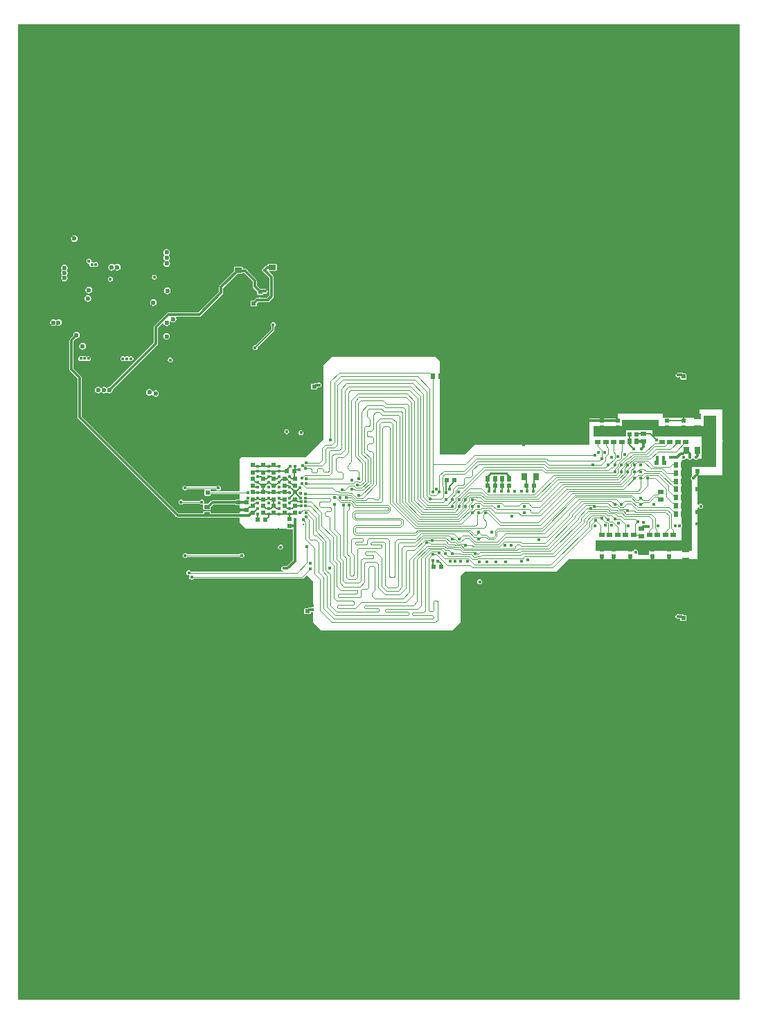
<source format=gbl>
G04 Layer_Physical_Order=4*
G04 Layer_Color=16711680*
%FSLAX43Y43*%
%MOMM*%
G71*
G01*
G75*
%ADD10R,0.510X0.560*%
%ADD11R,0.510X0.700*%
%ADD12R,0.700X0.510*%
%ADD13R,0.560X0.510*%
%ADD15R,0.640X0.890*%
%ADD16C,0.400*%
%ADD18R,0.890X0.640*%
%ADD24C,0.120*%
%ADD25C,0.200*%
%ADD26C,0.300*%
%ADD27C,0.100*%
%ADD28C,0.090*%
%ADD29C,0.250*%
%ADD30C,0.150*%
%ADD31C,0.130*%
%ADD32C,0.175*%
%ADD38C,0.250*%
%ADD39C,0.600*%
G36*
X85750Y71750D02*
X85750Y65500D01*
X82750Y65500D01*
Y64346D01*
X82729Y64331D01*
X82662Y64232D01*
X82639Y64115D01*
X82662Y63998D01*
X82729Y63899D01*
X82750Y63885D01*
X82750Y55250D01*
X77500D01*
Y54750D01*
X76249D01*
X76248Y54751D01*
X76161Y54950D01*
X76183Y54983D01*
X76206Y55100D01*
X76183Y55217D01*
X76116Y55316D01*
X76017Y55383D01*
X75900Y55406D01*
X75783Y55383D01*
X75684Y55316D01*
X75639Y55250D01*
X71000D01*
Y56500D01*
X81500D01*
Y58088D01*
X81516Y58099D01*
X81583Y58198D01*
X81606Y58315D01*
X81583Y58432D01*
X81516Y58531D01*
X81500Y58542D01*
X81500Y66241D01*
X81534Y66279D01*
X81700Y66379D01*
X81750Y66369D01*
X81867Y66392D01*
X81966Y66459D01*
X81994Y66500D01*
X82306D01*
X82334Y66459D01*
X82433Y66392D01*
X82550Y66369D01*
X82667Y66392D01*
X82766Y66459D01*
X82794Y66500D01*
X83046D01*
X83074Y66459D01*
X83173Y66392D01*
X83290Y66369D01*
X83407Y66392D01*
X83506Y66459D01*
X83534Y66500D01*
X84000D01*
X84000Y69250D01*
X78238D01*
X78000Y69488D01*
Y70000D01*
X74770D01*
Y69800D01*
X74762Y69780D01*
Y69250D01*
X70750D01*
Y70500D01*
X74250D01*
Y71250D01*
X78750D01*
Y70500D01*
X84250D01*
Y71750D01*
X85750Y71750D01*
D02*
G37*
G36*
X88592Y68737D02*
X86571Y68737D01*
X86500Y68807D01*
X86500Y68837D01*
X86500Y72487D01*
X83750D01*
Y71487D01*
X79250D01*
Y71987D01*
X73750D01*
Y71437D01*
X70250D01*
X70250Y68307D01*
X70179Y68237D01*
X56250D01*
X55000Y66987D01*
X52000D01*
Y78487D01*
X51500Y78987D01*
X38750D01*
X37750Y77987D01*
X37750Y68862D01*
X35575Y66687D01*
X27700Y66687D01*
X27500Y66487D01*
Y62512D01*
X23938D01*
Y62630D01*
X23912Y62693D01*
X23951Y62793D01*
X24627D01*
X24674Y62724D01*
X24773Y62657D01*
X24890Y62634D01*
X25007Y62657D01*
X25106Y62724D01*
X25173Y62823D01*
X25196Y62940D01*
X25173Y63057D01*
X25106Y63156D01*
X25007Y63223D01*
X24890Y63246D01*
X24773Y63223D01*
X24674Y63156D01*
X24641Y63107D01*
X21056D01*
X21016Y63166D01*
X20917Y63233D01*
X20800Y63256D01*
X20683Y63233D01*
X20584Y63166D01*
X20517Y63067D01*
X20494Y62950D01*
X20517Y62833D01*
X20584Y62734D01*
X20683Y62667D01*
X20800Y62644D01*
X20917Y62667D01*
X21016Y62734D01*
X21056Y62793D01*
X23199D01*
X23238Y62693D01*
X23212Y62630D01*
Y62070D01*
X23243Y61993D01*
X23320Y61962D01*
X23830D01*
X23907Y61993D01*
X23938Y62070D01*
Y62188D01*
X27500D01*
Y61538D01*
X27070D01*
X26993Y61507D01*
X26962Y61430D01*
Y61430D01*
X24175D01*
X24077Y61410D01*
X23995Y61355D01*
X23628Y60988D01*
X23190D01*
X23131Y61080D01*
X23131Y61081D01*
X23133Y61083D01*
X23156Y61200D01*
X23133Y61317D01*
X23066Y61416D01*
X22967Y61483D01*
X22850Y61506D01*
X22733Y61483D01*
X22634Y61416D01*
X22594Y61357D01*
X20581D01*
X20541Y61416D01*
X20442Y61483D01*
X20325Y61506D01*
X20208Y61483D01*
X20109Y61416D01*
X20042Y61317D01*
X20019Y61200D01*
X20042Y61083D01*
X20109Y60984D01*
X20208Y60917D01*
X20325Y60894D01*
X20442Y60917D01*
X20541Y60984D01*
X20581Y61043D01*
X22594D01*
X22634Y60984D01*
X22733Y60917D01*
X22850Y60894D01*
X22949Y60914D01*
X22969Y60907D01*
X23005Y60882D01*
X23042Y60847D01*
Y60370D01*
X23073Y60293D01*
X23150Y60262D01*
X23850D01*
X23927Y60293D01*
X23958Y60370D01*
Y60598D01*
X24281Y60920D01*
X26962D01*
Y60920D01*
X26993Y60843D01*
X27070Y60812D01*
X27500D01*
Y59855D01*
X23958D01*
Y59980D01*
X23927Y60057D01*
X23850Y60088D01*
X23150D01*
X23073Y60057D01*
X23042Y59980D01*
Y59855D01*
X20031D01*
X8180Y71706D01*
Y76450D01*
X8160Y76548D01*
X8105Y76630D01*
X7205Y77531D01*
Y80894D01*
X7510Y81200D01*
X7550Y81192D01*
X7706Y81223D01*
X7838Y81312D01*
X7927Y81444D01*
X7958Y81600D01*
X7927Y81756D01*
X7838Y81888D01*
X7706Y81977D01*
X7550Y82008D01*
X7394Y81977D01*
X7262Y81888D01*
X7173Y81756D01*
X7142Y81600D01*
X7150Y81561D01*
X6770Y81180D01*
X6715Y81098D01*
X6695Y81000D01*
Y77425D01*
X6715Y77327D01*
X6770Y77245D01*
X7670Y76344D01*
Y71600D01*
X7690Y71502D01*
X7745Y71420D01*
X19745Y59420D01*
X19827Y59365D01*
X19925Y59345D01*
X27500D01*
Y58737D01*
X28250Y57987D01*
X33251D01*
X33268Y57943D01*
X33345Y57912D01*
X33905D01*
X33995Y57841D01*
Y54106D01*
X33269Y53380D01*
X33059D01*
X33017Y53408D01*
X32900Y53431D01*
X32783Y53408D01*
X32684Y53341D01*
X32617Y53242D01*
X32594Y53125D01*
X32617Y53008D01*
X32684Y52909D01*
X32783Y52842D01*
X32808Y52837D01*
X32798Y52737D01*
X21540D01*
X21504Y52791D01*
X21405Y52858D01*
X21288Y52881D01*
X21170Y52858D01*
X21071Y52791D01*
X21005Y52692D01*
X20982Y52575D01*
X21005Y52458D01*
X21071Y52359D01*
X21170Y52292D01*
X21288Y52269D01*
X21324Y52276D01*
X21385Y52186D01*
X21355Y52142D01*
X21332Y52025D01*
X21355Y51908D01*
X21421Y51809D01*
X21520Y51742D01*
X21638Y51719D01*
X21755Y51742D01*
X21854Y51809D01*
X21890Y51863D01*
X35150D01*
X35265Y51910D01*
X35671Y52316D01*
X36500Y51487D01*
Y48440D01*
X36423Y48376D01*
X36400Y48381D01*
X36283Y48358D01*
X36241Y48330D01*
X36000D01*
X35902Y48310D01*
X35820Y48255D01*
X35803Y48238D01*
X35520D01*
X35443Y48207D01*
X35412Y48130D01*
Y47620D01*
X35443Y47543D01*
X35520Y47512D01*
X36080D01*
X36157Y47543D01*
X36188Y47620D01*
Y47735D01*
X36282Y47792D01*
X36288Y47791D01*
X36400Y47769D01*
X36423Y47774D01*
X36500Y47710D01*
Y46487D01*
X37500Y45487D01*
X53500D01*
X54500Y46487D01*
Y52237D01*
X55000Y52737D01*
X66250D01*
X67750Y54237D01*
X83500Y54237D01*
Y60519D01*
X83600Y60549D01*
X83634Y60499D01*
X83733Y60432D01*
X83850Y60409D01*
X83967Y60432D01*
X84066Y60499D01*
X84133Y60598D01*
X84156Y60715D01*
X84133Y60832D01*
X84066Y60931D01*
X83967Y60998D01*
X83850Y61021D01*
X83733Y60998D01*
X83634Y60931D01*
X83600Y60881D01*
X83500Y60911D01*
Y64487D01*
X86500D01*
X86500Y68666D01*
X86571Y68737D01*
X88592Y68737D01*
Y408D01*
X408D01*
Y119592D01*
X88592D01*
Y68737D01*
D02*
G37*
%LPC*%
G36*
X19025Y78881D02*
X18908Y78858D01*
X18809Y78791D01*
X18742Y78692D01*
X18719Y78575D01*
X18742Y78458D01*
X18809Y78359D01*
X18908Y78292D01*
X19025Y78269D01*
X19142Y78292D01*
X19241Y78359D01*
X19308Y78458D01*
X19331Y78575D01*
X19308Y78692D01*
X19241Y78791D01*
X19142Y78858D01*
X19025Y78881D01*
D02*
G37*
G36*
X81100Y77056D02*
X80983Y77033D01*
X80884Y76966D01*
X80817Y76867D01*
X80794Y76750D01*
X80817Y76633D01*
X80884Y76534D01*
X80983Y76467D01*
X81100Y76444D01*
X81217Y76467D01*
X81259Y76495D01*
X81362D01*
Y76295D01*
X81393Y76218D01*
X81470Y76187D01*
X82030D01*
X82107Y76218D01*
X82138Y76295D01*
Y76805D01*
X82107Y76882D01*
X82030Y76913D01*
X81747D01*
X81730Y76930D01*
X81648Y76985D01*
X81550Y77005D01*
X81259D01*
X81217Y77033D01*
X81100Y77056D01*
D02*
G37*
G36*
X14200Y79031D02*
X14083Y79008D01*
X14038Y78977D01*
X13941Y78941D01*
X13842Y79008D01*
X13725Y79031D01*
X13608Y79008D01*
X13545Y78966D01*
X13475Y78949D01*
X13405Y78966D01*
X13342Y79008D01*
X13225Y79031D01*
X13108Y79008D01*
X13009Y78941D01*
X12942Y78842D01*
X12919Y78725D01*
X12942Y78608D01*
X13009Y78509D01*
X13108Y78442D01*
X13225Y78419D01*
X13342Y78442D01*
X13405Y78484D01*
X13475Y78501D01*
X13545Y78484D01*
X13608Y78442D01*
X13725Y78419D01*
X13842Y78442D01*
X13941Y78509D01*
X14038Y78473D01*
X14083Y78442D01*
X14200Y78419D01*
X14317Y78442D01*
X14416Y78509D01*
X14483Y78608D01*
X14506Y78725D01*
X14483Y78842D01*
X14416Y78941D01*
X14317Y79008D01*
X14200Y79031D01*
D02*
G37*
G36*
X31575Y83181D02*
X31458Y83158D01*
X31359Y83091D01*
X31292Y82992D01*
X31269Y82875D01*
X31292Y82758D01*
X31359Y82659D01*
X31407Y82627D01*
Y82370D01*
X29432Y80395D01*
X29375Y80406D01*
X29258Y80383D01*
X29159Y80316D01*
X29092Y80217D01*
X29069Y80100D01*
X29092Y79983D01*
X29159Y79884D01*
X29258Y79817D01*
X29375Y79794D01*
X29492Y79817D01*
X29591Y79884D01*
X29658Y79983D01*
X29681Y80100D01*
X29670Y80157D01*
X31694Y82181D01*
X31730Y82236D01*
X31743Y82300D01*
Y82627D01*
X31791Y82659D01*
X31858Y82758D01*
X31881Y82875D01*
X31858Y82992D01*
X31791Y83091D01*
X31692Y83158D01*
X31575Y83181D01*
D02*
G37*
G36*
X8300Y80658D02*
X8144Y80627D01*
X8012Y80538D01*
X7923Y80406D01*
X7892Y80250D01*
X7923Y80094D01*
X8012Y79962D01*
X8144Y79873D01*
X8300Y79842D01*
X8456Y79873D01*
X8588Y79962D01*
X8677Y80094D01*
X8708Y80250D01*
X8677Y80406D01*
X8588Y80538D01*
X8456Y80627D01*
X8300Y80658D01*
D02*
G37*
G36*
X9000Y79081D02*
X8883Y79058D01*
X8784Y78991D01*
X8766D01*
X8667Y79058D01*
X8550Y79081D01*
X8433Y79058D01*
X8388Y79027D01*
X8312Y78999D01*
X8237Y79027D01*
X8192Y79058D01*
X8075Y79081D01*
X7958Y79058D01*
X7859Y78991D01*
X7792Y78892D01*
X7769Y78775D01*
X7792Y78658D01*
X7859Y78559D01*
X7958Y78492D01*
X8075Y78469D01*
X8192Y78492D01*
X8237Y78523D01*
X8312Y78551D01*
X8388Y78523D01*
X8433Y78492D01*
X8550Y78469D01*
X8667Y78492D01*
X8766Y78559D01*
X8784D01*
X8883Y78492D01*
X9000Y78469D01*
X9117Y78492D01*
X9216Y78559D01*
X9283Y78658D01*
X9306Y78775D01*
X9283Y78892D01*
X9216Y78991D01*
X9117Y79058D01*
X9000Y79081D01*
D02*
G37*
G36*
X37200Y75831D02*
X37083Y75808D01*
X37041Y75780D01*
X36800D01*
X36702Y75760D01*
X36620Y75705D01*
X36603Y75688D01*
X36320D01*
X36243Y75657D01*
X36212Y75580D01*
Y75070D01*
X36243Y74993D01*
X36320Y74962D01*
X36880D01*
X36957Y74993D01*
X36988Y75070D01*
Y75185D01*
X37082Y75242D01*
X37088Y75241D01*
X37200Y75219D01*
X37317Y75242D01*
X37416Y75309D01*
X37483Y75408D01*
X37506Y75525D01*
X37483Y75642D01*
X37416Y75741D01*
X37317Y75808D01*
X37200Y75831D01*
D02*
G37*
G36*
X27750Y54981D02*
X27633Y54958D01*
X27534Y54891D01*
X27498Y54837D01*
X21077D01*
X21041Y54891D01*
X20942Y54958D01*
X20825Y54981D01*
X20708Y54958D01*
X20609Y54891D01*
X20542Y54792D01*
X20519Y54675D01*
X20542Y54558D01*
X20609Y54459D01*
X20708Y54392D01*
X20825Y54369D01*
X20942Y54392D01*
X21041Y54459D01*
X21077Y54513D01*
X27498D01*
X27534Y54459D01*
X27633Y54392D01*
X27750Y54369D01*
X27867Y54392D01*
X27966Y54459D01*
X28033Y54558D01*
X28056Y54675D01*
X28033Y54792D01*
X27966Y54891D01*
X27867Y54958D01*
X27750Y54981D01*
D02*
G37*
G36*
X56850Y51781D02*
X56733Y51758D01*
X56634Y51691D01*
X56567Y51592D01*
X56544Y51475D01*
X56567Y51358D01*
X56634Y51259D01*
X56733Y51192D01*
X56850Y51169D01*
X56967Y51192D01*
X57066Y51259D01*
X57133Y51358D01*
X57156Y51475D01*
X57133Y51592D01*
X57066Y51691D01*
X56967Y51758D01*
X56850Y51781D01*
D02*
G37*
G36*
X81100Y47556D02*
X80983Y47533D01*
X80884Y47466D01*
X80817Y47367D01*
X80794Y47250D01*
X80817Y47133D01*
X80884Y47034D01*
X80983Y46967D01*
X81100Y46944D01*
X81217Y46967D01*
X81259Y46995D01*
X81362D01*
Y46795D01*
X81393Y46718D01*
X81470Y46687D01*
X82030D01*
X82107Y46718D01*
X82138Y46795D01*
Y47305D01*
X82107Y47382D01*
X82030Y47413D01*
X81747D01*
X81730Y47430D01*
X81648Y47485D01*
X81550Y47505D01*
X81259D01*
X81217Y47533D01*
X81100Y47556D01*
D02*
G37*
G36*
X32500Y56006D02*
X32383Y55983D01*
X32284Y55916D01*
X32217Y55817D01*
X32194Y55700D01*
X32217Y55583D01*
X32284Y55484D01*
X32383Y55417D01*
X32500Y55394D01*
X32617Y55417D01*
X32716Y55484D01*
X32783Y55583D01*
X32806Y55700D01*
X32783Y55817D01*
X32716Y55916D01*
X32617Y55983D01*
X32500Y56006D01*
D02*
G37*
G36*
X16450Y75033D02*
X16294Y75002D01*
X16162Y74913D01*
X16073Y74781D01*
X16042Y74625D01*
X16073Y74469D01*
X16162Y74337D01*
X16294Y74248D01*
X16450Y74217D01*
X16606Y74248D01*
X16738Y74337D01*
X16748Y74351D01*
X16846Y74331D01*
X16848Y74319D01*
X16937Y74187D01*
X17069Y74098D01*
X17225Y74067D01*
X17381Y74098D01*
X17513Y74187D01*
X17602Y74319D01*
X17633Y74475D01*
X17602Y74631D01*
X17513Y74763D01*
X17381Y74852D01*
X17225Y74883D01*
X17069Y74852D01*
X16937Y74763D01*
X16927Y74749D01*
X16829Y74769D01*
X16827Y74781D01*
X16738Y74913D01*
X16606Y75002D01*
X16450Y75033D01*
D02*
G37*
G36*
X33250Y70131D02*
X33133Y70108D01*
X33034Y70041D01*
X32967Y69942D01*
X32944Y69825D01*
X32967Y69708D01*
X33034Y69609D01*
X33133Y69542D01*
X33250Y69519D01*
X33367Y69542D01*
X33466Y69609D01*
X33533Y69708D01*
X33556Y69825D01*
X33533Y69942D01*
X33466Y70041D01*
X33367Y70108D01*
X33250Y70131D01*
D02*
G37*
G36*
X35000Y70006D02*
X34883Y69983D01*
X34784Y69916D01*
X34717Y69817D01*
X34694Y69700D01*
X34717Y69583D01*
X34784Y69484D01*
X34883Y69417D01*
X35000Y69394D01*
X35117Y69417D01*
X35216Y69484D01*
X35283Y69583D01*
X35306Y69700D01*
X35283Y69817D01*
X35216Y69916D01*
X35117Y69983D01*
X35000Y70006D01*
D02*
G37*
G36*
X17075Y89006D02*
X16958Y88983D01*
X16859Y88916D01*
X16792Y88817D01*
X16769Y88700D01*
X16792Y88583D01*
X16859Y88484D01*
X16958Y88417D01*
X17075Y88394D01*
X17192Y88417D01*
X17291Y88484D01*
X17358Y88583D01*
X17381Y88700D01*
X17358Y88817D01*
X17291Y88916D01*
X17192Y88983D01*
X17075Y89006D01*
D02*
G37*
G36*
X6075Y90233D02*
X5919Y90202D01*
X5787Y90113D01*
X5698Y89981D01*
X5667Y89825D01*
X5698Y89669D01*
X5753Y89586D01*
X5778Y89512D01*
X5753Y89439D01*
X5698Y89356D01*
X5667Y89200D01*
X5698Y89044D01*
X5753Y88961D01*
X5778Y88887D01*
X5753Y88814D01*
X5698Y88731D01*
X5667Y88575D01*
X5698Y88419D01*
X5787Y88287D01*
X5919Y88198D01*
X6075Y88167D01*
X6231Y88198D01*
X6363Y88287D01*
X6452Y88419D01*
X6483Y88575D01*
X6452Y88731D01*
X6397Y88814D01*
X6372Y88887D01*
X6397Y88961D01*
X6452Y89044D01*
X6483Y89200D01*
X6452Y89356D01*
X6397Y89439D01*
X6372Y89512D01*
X6397Y89586D01*
X6452Y89669D01*
X6483Y89825D01*
X6452Y89981D01*
X6363Y90113D01*
X6231Y90202D01*
X6075Y90233D01*
D02*
G37*
G36*
X11700Y88756D02*
X11583Y88733D01*
X11484Y88666D01*
X11417Y88567D01*
X11394Y88450D01*
X11417Y88333D01*
X11484Y88234D01*
X11583Y88167D01*
X11700Y88144D01*
X11817Y88167D01*
X11916Y88234D01*
X11983Y88333D01*
X12006Y88450D01*
X11983Y88567D01*
X11916Y88666D01*
X11817Y88733D01*
X11700Y88756D01*
D02*
G37*
G36*
X18575Y92158D02*
X18419Y92127D01*
X18287Y92038D01*
X18198Y91906D01*
X18167Y91750D01*
X18198Y91594D01*
X18287Y91462D01*
X18304Y91450D01*
Y91350D01*
X18287Y91338D01*
X18198Y91206D01*
X18167Y91050D01*
X18198Y90894D01*
X18287Y90762D01*
X18316Y90742D01*
Y90642D01*
X18312Y90638D01*
X18223Y90506D01*
X18192Y90350D01*
X18223Y90194D01*
X18312Y90062D01*
X18444Y89973D01*
X18600Y89942D01*
X18756Y89973D01*
X18888Y90062D01*
X18977Y90194D01*
X19008Y90350D01*
X18977Y90506D01*
X18888Y90638D01*
X18858Y90658D01*
Y90758D01*
X18863Y90762D01*
X18952Y90894D01*
X18983Y91050D01*
X18952Y91206D01*
X18863Y91338D01*
X18846Y91350D01*
Y91450D01*
X18863Y91462D01*
X18952Y91594D01*
X18983Y91750D01*
X18952Y91906D01*
X18863Y92038D01*
X18731Y92127D01*
X18575Y92158D01*
D02*
G37*
G36*
X7278Y93808D02*
X7122Y93777D01*
X6990Y93688D01*
X6901Y93556D01*
X6870Y93400D01*
X6901Y93244D01*
X6990Y93112D01*
X7122Y93023D01*
X7278Y92992D01*
X7434Y93023D01*
X7567Y93112D01*
X7655Y93244D01*
X7686Y93400D01*
X7655Y93556D01*
X7567Y93688D01*
X7434Y93777D01*
X7278Y93808D01*
D02*
G37*
G36*
X12550Y90308D02*
X12394Y90277D01*
X12262Y90188D01*
X12250Y90171D01*
X12150D01*
X12138Y90188D01*
X12006Y90277D01*
X11850Y90308D01*
X11694Y90277D01*
X11562Y90188D01*
X11473Y90056D01*
X11442Y89900D01*
X11473Y89744D01*
X11562Y89612D01*
X11694Y89523D01*
X11850Y89492D01*
X12006Y89523D01*
X12138Y89612D01*
X12150Y89629D01*
X12250D01*
X12262Y89612D01*
X12394Y89523D01*
X12550Y89492D01*
X12706Y89523D01*
X12838Y89612D01*
X12927Y89744D01*
X12958Y89900D01*
X12927Y90056D01*
X12838Y90188D01*
X12706Y90277D01*
X12550Y90308D01*
D02*
G37*
G36*
X9075Y90956D02*
X8958Y90933D01*
X8859Y90866D01*
X8792Y90767D01*
X8769Y90650D01*
X8792Y90533D01*
X8859Y90434D01*
X8958Y90367D01*
X9075Y90344D01*
X9078Y90345D01*
X9149Y90274D01*
X9144Y90250D01*
X9167Y90133D01*
X9234Y90034D01*
X9333Y89967D01*
X9450Y89944D01*
X9567Y89967D01*
X9666Y90034D01*
X9684D01*
X9783Y89967D01*
X9900Y89944D01*
X10017Y89967D01*
X10116Y90034D01*
X10183Y90133D01*
X10206Y90250D01*
X10183Y90367D01*
X10116Y90466D01*
X10017Y90533D01*
X9900Y90556D01*
X9783Y90533D01*
X9684Y90466D01*
X9666D01*
X9567Y90533D01*
X9450Y90556D01*
X9447Y90555D01*
X9376Y90626D01*
X9381Y90650D01*
X9358Y90767D01*
X9291Y90866D01*
X9192Y90933D01*
X9075Y90956D01*
D02*
G37*
G36*
X9050Y87508D02*
X8894Y87477D01*
X8762Y87388D01*
X8673Y87256D01*
X8642Y87100D01*
X8673Y86944D01*
X8762Y86812D01*
X8894Y86723D01*
X9050Y86692D01*
X9206Y86723D01*
X9338Y86812D01*
X9427Y86944D01*
X9458Y87100D01*
X9427Y87256D01*
X9338Y87388D01*
X9206Y87477D01*
X9050Y87508D01*
D02*
G37*
G36*
X16950Y85983D02*
X16794Y85952D01*
X16662Y85863D01*
X16573Y85731D01*
X16542Y85575D01*
X16573Y85419D01*
X16662Y85287D01*
X16794Y85198D01*
X16950Y85167D01*
X17106Y85198D01*
X17238Y85287D01*
X17327Y85419D01*
X17358Y85575D01*
X17327Y85731D01*
X17238Y85863D01*
X17106Y85952D01*
X16950Y85983D01*
D02*
G37*
G36*
X5350Y83558D02*
X5194Y83527D01*
X5111Y83472D01*
X5037Y83447D01*
X4964Y83472D01*
X4881Y83527D01*
X4725Y83558D01*
X4569Y83527D01*
X4437Y83438D01*
X4348Y83306D01*
X4317Y83150D01*
X4348Y82994D01*
X4437Y82862D01*
X4569Y82773D01*
X4725Y82742D01*
X4881Y82773D01*
X4964Y82828D01*
X5037Y82853D01*
X5111Y82828D01*
X5194Y82773D01*
X5350Y82742D01*
X5506Y82773D01*
X5638Y82862D01*
X5727Y82994D01*
X5758Y83150D01*
X5727Y83306D01*
X5638Y83438D01*
X5506Y83527D01*
X5350Y83558D01*
D02*
G37*
G36*
X18575Y81858D02*
X18419Y81827D01*
X18287Y81738D01*
X18198Y81606D01*
X18167Y81450D01*
X18198Y81294D01*
X18287Y81162D01*
X18419Y81073D01*
X18575Y81042D01*
X18731Y81073D01*
X18863Y81162D01*
X18952Y81294D01*
X18983Y81450D01*
X18952Y81606D01*
X18863Y81738D01*
X18731Y81827D01*
X18575Y81858D01*
D02*
G37*
G36*
X8950Y86508D02*
X8794Y86477D01*
X8662Y86388D01*
X8573Y86256D01*
X8542Y86100D01*
X8573Y85944D01*
X8662Y85812D01*
X8794Y85723D01*
X8950Y85692D01*
X9106Y85723D01*
X9238Y85812D01*
X9327Y85944D01*
X9358Y86100D01*
X9327Y86256D01*
X9238Y86388D01*
X9106Y86477D01*
X8950Y86508D01*
D02*
G37*
G36*
X27795Y90003D02*
X26905D01*
X26828Y89972D01*
X26797Y89895D01*
Y89382D01*
X25070Y87655D01*
X25015Y87573D01*
X24995Y87475D01*
Y86906D01*
X22469Y84380D01*
X18775D01*
X18677Y84360D01*
X18595Y84305D01*
X17095Y82805D01*
X17040Y82723D01*
X17020Y82625D01*
Y80706D01*
X11615Y75300D01*
X11575Y75308D01*
X11419Y75277D01*
X11302Y75199D01*
X11243Y75188D01*
X11232D01*
X11173Y75199D01*
X11056Y75277D01*
X10900Y75308D01*
X10744Y75277D01*
X10612Y75188D01*
X10600Y75171D01*
X10500D01*
X10488Y75188D01*
X10356Y75277D01*
X10200Y75308D01*
X10044Y75277D01*
X9912Y75188D01*
X9823Y75056D01*
X9792Y74900D01*
X9823Y74744D01*
X9912Y74612D01*
X10044Y74523D01*
X10200Y74492D01*
X10356Y74523D01*
X10488Y74612D01*
X10500Y74629D01*
X10600D01*
X10612Y74612D01*
X10744Y74523D01*
X10900Y74492D01*
X11056Y74523D01*
X11173Y74601D01*
X11232Y74612D01*
X11243D01*
X11302Y74601D01*
X11419Y74523D01*
X11575Y74492D01*
X11731Y74523D01*
X11863Y74612D01*
X11952Y74744D01*
X11983Y74900D01*
X11975Y74939D01*
X17455Y80420D01*
X17510Y80502D01*
X17530Y80600D01*
Y82519D01*
X18077Y83066D01*
X18185Y83033D01*
X18198Y82969D01*
X18287Y82837D01*
X18419Y82748D01*
X18575Y82717D01*
X18731Y82748D01*
X18863Y82837D01*
X18952Y82969D01*
X18983Y83125D01*
X18952Y83281D01*
X19038Y83322D01*
X19062Y83287D01*
X19194Y83198D01*
X19350Y83167D01*
X19506Y83198D01*
X19638Y83287D01*
X19727Y83419D01*
X19758Y83575D01*
X19727Y83731D01*
X19701Y83770D01*
X19754Y83870D01*
X22575D01*
X22673Y83890D01*
X22755Y83945D01*
X25430Y86620D01*
X25485Y86702D01*
X25505Y86800D01*
Y87369D01*
X27282Y89147D01*
X27795D01*
X27872Y89178D01*
X27878Y89195D01*
X28042D01*
X28083Y89167D01*
X28101Y89164D01*
X29070Y88194D01*
Y87600D01*
X29090Y87502D01*
X29145Y87420D01*
X29637Y86928D01*
Y86645D01*
X29668Y86568D01*
X29745Y86537D01*
X30305D01*
X30382Y86568D01*
X30410Y86637D01*
X30418Y86648D01*
X30506Y86692D01*
X30513Y86691D01*
X30625Y86669D01*
X30742Y86692D01*
X30841Y86759D01*
X30908Y86858D01*
X30931Y86975D01*
X30908Y87092D01*
X30841Y87191D01*
X30742Y87258D01*
X30625Y87281D01*
X30508Y87258D01*
X30504Y87255D01*
X30325D01*
X30305Y87263D01*
X30022D01*
X29580Y87706D01*
Y88300D01*
X29560Y88398D01*
X29505Y88480D01*
X28499Y89487D01*
X28483Y89567D01*
X28416Y89666D01*
X28317Y89733D01*
X28200Y89756D01*
X28083Y89733D01*
X28042Y89705D01*
X27903D01*
Y89895D01*
X27872Y89972D01*
X27795Y90003D01*
D02*
G37*
G36*
X18650Y87433D02*
X18494Y87402D01*
X18362Y87313D01*
X18273Y87181D01*
X18242Y87025D01*
X18273Y86869D01*
X18362Y86737D01*
X18494Y86648D01*
X18650Y86617D01*
X18806Y86648D01*
X18938Y86737D01*
X19027Y86869D01*
X19058Y87025D01*
X19027Y87181D01*
X18938Y87313D01*
X18806Y87402D01*
X18650Y87433D01*
D02*
G37*
G36*
X31920Y90328D02*
X31030D01*
X30953Y90297D01*
X30922Y90220D01*
Y90155D01*
X30875D01*
X30777Y90135D01*
X30695Y90080D01*
X30482Y89867D01*
X30433Y89858D01*
X30334Y89791D01*
X30267Y89692D01*
X30244Y89575D01*
X30267Y89458D01*
X30334Y89359D01*
X30433Y89292D01*
X30482Y89283D01*
X31145Y88619D01*
Y86481D01*
X30844Y86180D01*
X30109D01*
X30067Y86208D01*
X29950Y86231D01*
X29833Y86208D01*
X29791Y86180D01*
X29650D01*
X29552Y86160D01*
X29470Y86105D01*
X29203Y85838D01*
X28920D01*
X28843Y85807D01*
X28812Y85730D01*
Y85220D01*
X28843Y85143D01*
X28920Y85112D01*
X29480D01*
X29557Y85143D01*
X29588Y85220D01*
Y85503D01*
X29756Y85670D01*
X29791D01*
X29833Y85642D01*
X29950Y85619D01*
X30067Y85642D01*
X30109Y85670D01*
X30950D01*
X31048Y85690D01*
X31130Y85745D01*
X31580Y86195D01*
X31635Y86277D01*
X31655Y86375D01*
Y88725D01*
X31635Y88823D01*
X31580Y88905D01*
X31114Y89372D01*
X31155Y89472D01*
X31920D01*
X31997Y89503D01*
X32028Y89580D01*
Y90220D01*
X31997Y90297D01*
X31920Y90328D01*
D02*
G37*
%LPD*%
D10*
X83450Y60000D02*
D03*
X82550D02*
D03*
X83450Y62750D02*
D03*
X82550D02*
D03*
X78500Y66050D02*
D03*
X79400D02*
D03*
X83450Y65000D02*
D03*
X82550D02*
D03*
X75125Y69500D02*
D03*
X76025D02*
D03*
X60450Y63250D02*
D03*
X59550D02*
D03*
X23575Y62350D02*
D03*
X22675D02*
D03*
X29725Y59025D02*
D03*
X30625D02*
D03*
X52850Y63850D02*
D03*
X53750D02*
D03*
X58750Y63225D02*
D03*
X57850D02*
D03*
X34175Y64950D02*
D03*
X33275D02*
D03*
X51200Y53350D02*
D03*
X52100D02*
D03*
X62575Y63250D02*
D03*
X63475D02*
D03*
D11*
X76050Y68600D02*
D03*
X75150D02*
D03*
X59550Y64100D02*
D03*
X60450D02*
D03*
X51125Y76550D02*
D03*
X52025Y76550D02*
D03*
X81700Y59750D02*
D03*
X80800D02*
D03*
X81700Y65750D02*
D03*
X80800D02*
D03*
X81700Y60750D02*
D03*
X80800D02*
D03*
X81700Y61750D02*
D03*
X80800D02*
D03*
X81700Y63750D02*
D03*
X80800D02*
D03*
X81700Y62750D02*
D03*
X80800D02*
D03*
X81700Y64750D02*
D03*
X80800D02*
D03*
X57800Y64100D02*
D03*
X58700D02*
D03*
D12*
X76900Y69525D02*
D03*
Y68625D02*
D03*
X23500Y60625D02*
D03*
Y59725D02*
D03*
X81075Y69450D02*
D03*
Y68550D02*
D03*
X80525Y56300D02*
D03*
Y57200D02*
D03*
X79125Y69450D02*
D03*
Y68550D02*
D03*
X80100Y69450D02*
D03*
Y68550D02*
D03*
X73700Y56300D02*
D03*
Y57200D02*
D03*
X74250Y69450D02*
D03*
Y68550D02*
D03*
X71250Y69450D02*
D03*
Y68550D02*
D03*
X71750Y56300D02*
D03*
Y57200D02*
D03*
X73250Y69450D02*
D03*
Y68550D02*
D03*
X79550Y56300D02*
D03*
Y57200D02*
D03*
X78575Y56300D02*
D03*
Y57200D02*
D03*
X79000Y62450D02*
D03*
Y61550D02*
D03*
X72250Y69450D02*
D03*
Y68550D02*
D03*
X77600Y56300D02*
D03*
Y57200D02*
D03*
X82050Y69450D02*
D03*
Y68550D02*
D03*
X74675Y56300D02*
D03*
Y57200D02*
D03*
X75650Y56300D02*
D03*
Y57200D02*
D03*
X76625Y57075D02*
D03*
Y57975D02*
D03*
X72725Y56300D02*
D03*
Y57200D02*
D03*
D13*
X27350Y61175D02*
D03*
Y60275D02*
D03*
X71750Y54550D02*
D03*
Y55450D02*
D03*
X73250Y54550D02*
D03*
Y55450D02*
D03*
X75250Y54550D02*
D03*
Y55450D02*
D03*
X78000Y54550D02*
D03*
Y55450D02*
D03*
X80000Y54550D02*
D03*
Y55450D02*
D03*
X81750Y71200D02*
D03*
Y70300D02*
D03*
X79750Y71200D02*
D03*
Y70300D02*
D03*
X73750Y71200D02*
D03*
Y70300D02*
D03*
X71750Y71200D02*
D03*
Y70300D02*
D03*
X35800Y48775D02*
D03*
Y47875D02*
D03*
X81750Y47950D02*
D03*
Y47050D02*
D03*
X36600Y76225D02*
D03*
Y75325D02*
D03*
X81750Y77450D02*
D03*
Y76550D02*
D03*
X29125Y61525D02*
D03*
Y62425D02*
D03*
X32975Y63175D02*
D03*
Y64075D02*
D03*
X29200Y85475D02*
D03*
Y86375D02*
D03*
X30025Y86900D02*
D03*
Y87800D02*
D03*
X29125Y59875D02*
D03*
Y60775D02*
D03*
X33625Y58275D02*
D03*
Y59175D02*
D03*
X30375Y65750D02*
D03*
Y64850D02*
D03*
X31675Y65750D02*
D03*
Y64850D02*
D03*
Y64075D02*
D03*
Y63175D02*
D03*
X29075D02*
D03*
Y64075D02*
D03*
Y65750D02*
D03*
Y64850D02*
D03*
X30375Y64075D02*
D03*
Y63175D02*
D03*
X32975Y61525D02*
D03*
Y62425D02*
D03*
X30375Y61525D02*
D03*
Y62425D02*
D03*
Y60775D02*
D03*
Y59875D02*
D03*
X31675Y60775D02*
D03*
Y59875D02*
D03*
Y61525D02*
D03*
Y62425D02*
D03*
X34275Y60775D02*
D03*
Y59875D02*
D03*
Y62425D02*
D03*
Y61525D02*
D03*
Y64075D02*
D03*
Y63175D02*
D03*
X32975Y60775D02*
D03*
Y59875D02*
D03*
X28325Y61175D02*
D03*
Y60275D02*
D03*
D15*
X83500Y67525D02*
D03*
X82100D02*
D03*
X63725Y64275D02*
D03*
X62325D02*
D03*
D16*
X81100Y47250D02*
D03*
Y47750D02*
D03*
X77325Y72250D02*
D03*
X75900Y55100D02*
D03*
X62225Y68250D02*
D03*
X53500Y67325D02*
D03*
X71025Y72250D02*
D03*
X74925D02*
D03*
X54325Y60700D02*
D03*
X53525Y60700D02*
D03*
X56765Y53940D02*
D03*
X53855Y53950D02*
D03*
X54525D02*
D03*
X55325D02*
D03*
X52765Y62360D02*
D03*
X58855Y53940D02*
D03*
X51105Y54080D02*
D03*
X57745Y53940D02*
D03*
X62325Y59900D02*
D03*
X61925Y53950D02*
D03*
X51715Y54020D02*
D03*
X53215Y53950D02*
D03*
X62325Y60700D02*
D03*
X59925Y55900D02*
D03*
X60045Y53930D02*
D03*
X62725Y54125D02*
D03*
X54275Y62450D02*
D03*
X60725Y55900D02*
D03*
X51525Y62800D02*
D03*
X59125Y60700D02*
D03*
X60325Y62550D02*
D03*
X61925D02*
D03*
X62625D02*
D03*
X63385D02*
D03*
X61085D02*
D03*
X58325Y57500D02*
D03*
X59525Y62550D02*
D03*
X58675D02*
D03*
X57955D02*
D03*
X56725Y60700D02*
D03*
X60745Y59500D02*
D03*
X53175Y62750D02*
D03*
X64035Y56590D02*
D03*
X53505Y54930D02*
D03*
X56325Y54880D02*
D03*
X55125Y55900D02*
D03*
Y60700D02*
D03*
X53525Y61500D02*
D03*
Y56700D02*
D03*
X54325D02*
D03*
X55925Y61500D02*
D03*
Y60700D02*
D03*
X50395Y56250D02*
D03*
X51905Y55000D02*
D03*
X52625Y54900D02*
D03*
X51135Y54810D02*
D03*
X54325Y61500D02*
D03*
X55125D02*
D03*
X56725Y59900D02*
D03*
X52725Y61500D02*
D03*
X55925Y59900D02*
D03*
X50765Y61610D02*
D03*
X51125Y62440D02*
D03*
X51905D02*
D03*
X57525Y59900D02*
D03*
X51015Y56490D02*
D03*
X79350Y66675D02*
D03*
X78550Y66715D02*
D03*
X76590Y67675D02*
D03*
X76550Y65725D02*
D03*
Y64925D02*
D03*
X75000Y58345D02*
D03*
X73770Y58675D02*
D03*
X83350Y58575D02*
D03*
X77480Y58225D02*
D03*
X78660Y58325D02*
D03*
X78150Y60925D02*
D03*
X72140Y67275D02*
D03*
X72950Y66665D02*
D03*
X80950Y66675D02*
D03*
X72960Y58405D02*
D03*
X72170Y58375D02*
D03*
X70940Y58295D02*
D03*
X71340Y67275D02*
D03*
X80760Y58345D02*
D03*
X73750Y66765D02*
D03*
X75660Y67675D02*
D03*
X74550Y67055D02*
D03*
X80150Y66675D02*
D03*
X83850Y60715D02*
D03*
X82945Y64115D02*
D03*
X81300Y58315D02*
D03*
X76890Y58685D02*
D03*
X81750Y66675D02*
D03*
X82550D02*
D03*
X83290D02*
D03*
X74150Y65725D02*
D03*
X77350Y64125D02*
D03*
X75750Y65725D02*
D03*
X70710Y65745D02*
D03*
X76550Y64125D02*
D03*
X75750D02*
D03*
X74950Y64925D02*
D03*
X74150D02*
D03*
X73350Y65725D02*
D03*
X70850Y60702D02*
D03*
X70990Y58975D02*
D03*
X72550Y65725D02*
D03*
X70970Y66935D02*
D03*
X76150Y58845D02*
D03*
X71750Y66525D02*
D03*
X75750Y64925D02*
D03*
X74950Y65725D02*
D03*
X74150Y60925D02*
D03*
X72540Y59095D02*
D03*
X74950Y60125D02*
D03*
X73350Y60925D02*
D03*
X71760Y59205D02*
D03*
X73390Y59175D02*
D03*
X70440Y60405D02*
D03*
X35000Y69700D02*
D03*
X20325Y61200D02*
D03*
X22850D02*
D03*
X29375Y80100D02*
D03*
X29300Y86950D02*
D03*
X29600Y83925D02*
D03*
X30625Y86400D02*
D03*
X31575Y82875D02*
D03*
X34075Y81125D02*
D03*
X7025Y97275D02*
D03*
X2175Y97475D02*
D03*
X21638Y52025D02*
D03*
X21288Y52575D02*
D03*
X36175Y53050D02*
D03*
X32900Y53125D02*
D03*
X32500Y55700D02*
D03*
X33250Y69825D02*
D03*
X22025Y53075D02*
D03*
X35750Y55775D02*
D03*
X24890Y62940D02*
D03*
X20800Y62950D02*
D03*
X20825Y54675D02*
D03*
X27750D02*
D03*
X22125Y62350D02*
D03*
X28525Y61725D02*
D03*
X34250Y59050D02*
D03*
X36175Y53700D02*
D03*
X19025Y78575D02*
D03*
X11700Y88450D02*
D03*
X9075Y90650D02*
D03*
X2750Y81750D02*
D03*
X4250Y83801D02*
D03*
X3750Y85750D02*
D03*
X3250Y89500D02*
D03*
X4250Y90500D02*
D03*
X1475Y92975D02*
D03*
X12850Y84475D02*
D03*
X22550Y78900D02*
D03*
Y81100D02*
D03*
X22000Y76775D02*
D03*
X22550Y83250D02*
D03*
X9900Y90250D02*
D03*
X17075Y88700D02*
D03*
X11150Y85650D02*
D03*
X11125Y84450D02*
D03*
Y83225D02*
D03*
X14600D02*
D03*
Y84475D02*
D03*
Y85650D02*
D03*
X12875D02*
D03*
Y83225D02*
D03*
X6175Y82175D02*
D03*
Y80075D02*
D03*
X6100Y83275D02*
D03*
X9000Y78775D02*
D03*
X8075D02*
D03*
X8550D02*
D03*
X12000Y83875D02*
D03*
Y85075D02*
D03*
X13725D02*
D03*
Y83875D02*
D03*
X14200Y78725D02*
D03*
X13725Y78725D02*
D03*
X13225D02*
D03*
X9450Y90250D02*
D03*
X35250Y71900D02*
D03*
X33250D02*
D03*
X35125Y63450D02*
D03*
X35625Y64025D02*
D03*
X35025Y61225D02*
D03*
X34275Y65575D02*
D03*
X35625Y66000D02*
D03*
X35225Y65675D02*
D03*
X35575Y65300D02*
D03*
X35125Y64175D02*
D03*
X35625Y63500D02*
D03*
X35575Y62225D02*
D03*
Y61725D02*
D03*
Y61225D02*
D03*
X35550Y60725D02*
D03*
X34875Y59875D02*
D03*
X35625Y59400D02*
D03*
X32500Y53650D02*
D03*
X29225Y91475D02*
D03*
X34075Y79450D02*
D03*
X28200Y89450D02*
D03*
X30625Y88475D02*
D03*
X28300Y88425D02*
D03*
X30700Y91450D02*
D03*
X29950Y85925D02*
D03*
X37050Y85650D02*
D03*
X30625Y86975D02*
D03*
Y87500D02*
D03*
X30550Y89575D02*
D03*
X34750Y65125D02*
D03*
X32325Y64975D02*
D03*
X31025Y61725D02*
D03*
Y60425D02*
D03*
X34975Y62250D02*
D03*
X33650Y65600D02*
D03*
X33625Y64325D02*
D03*
Y62375D02*
D03*
Y60425D02*
D03*
Y61075D02*
D03*
Y59775D02*
D03*
X32325Y65625D02*
D03*
Y63675D02*
D03*
Y63025D02*
D03*
Y62375D02*
D03*
Y61075D02*
D03*
Y60425D02*
D03*
Y59775D02*
D03*
X31025Y63675D02*
D03*
Y64325D02*
D03*
Y65625D02*
D03*
X29725D02*
D03*
Y64975D02*
D03*
Y61725D02*
D03*
Y60425D02*
D03*
Y59775D02*
D03*
X31025D02*
D03*
Y64975D02*
D03*
X32325Y64325D02*
D03*
X29725Y63025D02*
D03*
X31025Y61075D02*
D03*
X33625Y63675D02*
D03*
Y61725D02*
D03*
Y63025D02*
D03*
X34925Y61725D02*
D03*
X34900Y63000D02*
D03*
X35025Y60725D02*
D03*
X29725Y64325D02*
D03*
X31025Y63025D02*
D03*
X32325Y61725D02*
D03*
X29725Y62375D02*
D03*
Y61075D02*
D03*
Y63675D02*
D03*
X31025Y62375D02*
D03*
X38525Y53150D02*
D03*
X28525Y62350D02*
D03*
X35250Y59050D02*
D03*
X35600Y59900D02*
D03*
X39075Y60925D02*
D03*
X40500Y61800D02*
D03*
X41250Y63925D02*
D03*
X41850Y63300D02*
D03*
X41225Y62800D02*
D03*
X73350Y64925D02*
D03*
X78425Y68775D02*
D03*
X56850Y51475D02*
D03*
X38625Y68825D02*
D03*
X42025Y62000D02*
D03*
X40000Y62675D02*
D03*
X40900Y60825D02*
D03*
X40175D02*
D03*
X42075Y64075D02*
D03*
X39775Y61800D02*
D03*
X56725Y57500D02*
D03*
X76550Y61725D02*
D03*
X39075Y61800D02*
D03*
X56725Y56700D02*
D03*
X76550Y60925D02*
D03*
X84300Y62275D02*
D03*
X84150Y59800D02*
D03*
X72000Y53675D02*
D03*
X73250Y53900D02*
D03*
X75250D02*
D03*
X78000D02*
D03*
X80000D02*
D03*
X82000Y53400D02*
D03*
X75250Y51375D02*
D03*
X83500Y72300D02*
D03*
X73000Y52250D02*
D03*
X52675Y76550D02*
D03*
X60600Y77450D02*
D03*
X70350D02*
D03*
X81100Y76750D02*
D03*
Y77250D02*
D03*
X37200Y76025D02*
D03*
Y75525D02*
D03*
X36400Y48575D02*
D03*
Y48075D02*
D03*
D18*
X82000Y55450D02*
D03*
Y54050D02*
D03*
X83500Y70250D02*
D03*
Y71650D02*
D03*
X31475Y89900D02*
D03*
Y91300D02*
D03*
X27350Y89575D02*
D03*
Y88175D02*
D03*
D24*
X74425Y62800D02*
X76150Y64525D01*
X51125Y66525D02*
Y76625D01*
X75825Y57200D02*
Y58520D01*
X77500Y57200D02*
Y57675D01*
X70840Y60715D02*
X72460D01*
X78500Y57200D02*
Y57800D01*
X79512Y57213D02*
X79575Y57275D01*
X71620Y59335D02*
X72220Y58735D01*
X72575Y57375D02*
X72750Y57200D01*
X72010Y59565D02*
X72725Y58850D01*
X73750Y57200D02*
Y58150D01*
X80500Y57200D02*
Y57800D01*
X82050Y68550D02*
X82250D01*
X81950D02*
X82050D01*
X80800Y67400D02*
X81950Y68550D01*
X78600Y67400D02*
X80800D01*
X81075Y68550D02*
X81250D01*
X81050D02*
X81075D01*
X80200Y67700D02*
X81050Y68550D01*
X78400Y67700D02*
X80200D01*
X77725Y66525D02*
X78600Y67400D01*
X75750Y66525D02*
X77725D01*
X79475Y68025D02*
X80000Y68550D01*
X78225Y68025D02*
X79475D01*
X77225Y67025D02*
X78225Y68025D01*
X80100Y68550D02*
X80250D01*
X80000D02*
X80100D01*
X78990Y68415D02*
X79125Y68550D01*
X78190Y68415D02*
X78990D01*
X77025Y67250D02*
X78190Y68415D01*
X79125Y68550D02*
X79250D01*
X75816Y66300D02*
X77350D01*
X80375Y65825D02*
X80725D01*
X80075Y65525D02*
X80375Y65825D01*
X78125Y65525D02*
X80075D01*
X77350Y66300D02*
X78125Y65525D01*
X79175Y65325D02*
X79750Y64750D01*
X77750Y65325D02*
X79175D01*
X76975Y66100D02*
X77750Y65325D01*
X79050Y65000D02*
X80300Y63750D01*
X77175Y65000D02*
X79050D01*
X76890Y65285D02*
X77175Y65000D01*
X76401Y65285D02*
X76890D01*
X78615Y64485D02*
X79925Y63175D01*
X77201Y64485D02*
X78615D01*
X79625Y61850D02*
Y62825D01*
X78325Y64125D02*
X79625Y62825D01*
X77350Y64125D02*
X78325D01*
X74625Y57250D02*
X74675Y57200D01*
X74625Y57250D02*
Y58500D01*
X74150Y59475D02*
X74450Y59175D01*
X73725Y59475D02*
X74150D01*
X73375Y59825D02*
X73725Y59475D01*
X74600Y59475D02*
X77525D01*
X74200Y59875D02*
X74600Y59475D01*
X73675Y59875D02*
X74200D01*
X74450Y59175D02*
X75820D01*
X73950Y59175D02*
X74625Y58500D01*
X73390Y59175D02*
X73950D01*
X72965Y59600D02*
X73390Y59175D01*
X72475Y59600D02*
X72965D01*
X42575Y56475D02*
Y56675D01*
X42475Y56775D02*
X42575Y56675D01*
X41300Y56775D02*
X42475D01*
Y56375D02*
X42575Y56475D01*
X41750Y56375D02*
X42475D01*
X41750Y56000D02*
X42925D01*
X41650Y56275D02*
X41750Y56375D01*
X41650Y56100D02*
Y56275D01*
Y56100D02*
X41750Y56000D01*
X64025Y59925D02*
X67200Y63100D01*
X63150Y59925D02*
X64025D01*
X63050Y60025D02*
X63150Y59925D01*
X63050Y60025D02*
Y60200D01*
X62950Y60300D02*
X63050Y60200D01*
X58875Y60300D02*
X62950D01*
X50700Y77050D02*
X51125Y76625D01*
X39675Y77050D02*
X50700D01*
X38625Y76000D02*
X39675Y77050D01*
X38500Y57900D02*
X39350Y57050D01*
X37900Y59650D02*
Y59925D01*
X38500Y57900D02*
Y59350D01*
X38375Y59475D02*
X38500Y59350D01*
X38075Y59475D02*
X38375D01*
X37900Y59650D02*
X38075Y59475D01*
X37325Y61225D02*
X38500D01*
X37225Y61125D02*
X37325Y61225D01*
X37225Y60775D02*
Y61125D01*
Y60775D02*
X37400Y60600D01*
X37900Y59925D02*
X38075Y60100D01*
X38550D01*
X38650Y60200D01*
Y60475D01*
X38525Y60600D02*
X38650Y60475D01*
X37400Y60600D02*
X38525D01*
X38500Y61225D02*
X38600Y61325D01*
Y61600D01*
X38475Y61725D02*
X38600Y61600D01*
X35575Y61725D02*
X38475D01*
X38625Y68825D02*
Y76000D01*
X39825Y76575D02*
X49225D01*
X39075Y75825D02*
X39825Y76575D01*
X39075Y68575D02*
Y75825D01*
X49225Y76575D02*
X50725Y75075D01*
Y62175D02*
Y75075D01*
X40125Y76150D02*
X48950D01*
X39475Y75500D02*
X40125Y76150D01*
X39475Y68225D02*
Y75500D01*
X48950Y76150D02*
X50350Y74750D01*
Y62025D02*
Y74750D01*
X48675Y75725D02*
X49975Y74425D01*
X40575Y75725D02*
X48675D01*
X39925Y75075D02*
X40575Y75725D01*
X49975Y61825D02*
Y74425D01*
X39925Y67800D02*
Y75075D01*
X48450Y75300D02*
X49600Y74150D01*
X40825Y75300D02*
X48450D01*
X40375Y74850D02*
X40825Y75300D01*
X49600Y61700D02*
Y74150D01*
X40375Y67625D02*
Y74850D01*
X48250Y74875D02*
X49250Y73875D01*
X41075Y74875D02*
X48250D01*
X49250Y61575D02*
Y73875D01*
X40775Y74575D02*
X41075Y74875D01*
X40775Y67300D02*
Y74575D01*
X48000Y74450D02*
X48875Y73575D01*
X41950Y74450D02*
X48000D01*
X41150Y73650D02*
X41950Y74450D01*
X48875Y61475D02*
Y73575D01*
X41150Y66150D02*
Y73650D01*
X48500Y61375D02*
Y73350D01*
X47825Y74025D02*
X48500Y73350D01*
X42100Y74025D02*
X47825D01*
X41600Y73525D02*
X42100Y74025D01*
X41600Y66825D02*
Y73525D01*
X42275Y73600D02*
X45025D01*
X41975Y73300D02*
X42275Y73600D01*
X41975Y66950D02*
Y73300D01*
X45025Y73600D02*
X45450Y73175D01*
X48125Y61300D02*
Y73000D01*
X47950Y73175D02*
X48125Y73000D01*
X45450Y73175D02*
X47950D01*
X47500Y72750D02*
X47750Y72500D01*
X45275Y72750D02*
X47500D01*
X45025Y73000D02*
X45275Y72750D01*
X47750Y61225D02*
Y72500D01*
X43075Y73000D02*
X45025D01*
X42375Y72300D02*
X43075Y73000D01*
X42375Y67150D02*
Y72300D01*
X43250Y72575D02*
X44850D01*
X43075Y72400D02*
X43250Y72575D01*
X43075Y71675D02*
Y72400D01*
Y71675D02*
X43450Y71300D01*
X47375Y61175D02*
Y72150D01*
X47225Y72300D02*
X47375Y72150D01*
X45125Y72300D02*
X47225D01*
X44850Y72575D02*
X45125Y72300D01*
X44125Y72200D02*
X44600D01*
X43800Y71875D02*
X44125Y72200D01*
X43800Y70150D02*
Y71875D01*
X44600Y72200D02*
X44925Y71875D01*
X46850D01*
X47025Y71700D01*
Y61125D02*
Y71700D01*
X46625Y61175D02*
Y70975D01*
X46150Y71450D02*
X46625Y70975D01*
X44700Y71450D02*
X46150D01*
X44200Y70950D02*
X44700Y71450D01*
X44200Y63350D02*
Y70950D01*
X45975Y71025D02*
X46250Y70750D01*
X44875Y71025D02*
X45975D01*
X44575Y70725D02*
X44875Y71025D01*
X44575Y61675D02*
Y70725D01*
X46250Y61175D02*
Y70750D01*
X45650Y70500D02*
X45850Y70300D01*
X45200Y70500D02*
X45650D01*
X44975Y70275D02*
X45200Y70500D01*
X44975Y61350D02*
Y70275D01*
X45850Y61125D02*
Y70300D01*
X51100Y47875D02*
X51200Y47975D01*
X50725Y47875D02*
X51100D01*
X50625Y47975D02*
X50725Y47875D01*
X50625Y47975D02*
Y54300D01*
X51135Y54810D01*
X51325Y49200D02*
X51575D01*
X51200Y49075D02*
X51325Y49200D01*
X51200Y47975D02*
Y49075D01*
X51675Y46800D02*
Y49100D01*
X51575Y49200D02*
X51675Y49100D01*
X51400Y46525D02*
X51675Y46800D01*
X38800Y46525D02*
X51400D01*
X37350Y47975D02*
X38800Y46525D01*
X37350Y47975D02*
Y51800D01*
X50150Y47925D02*
Y54400D01*
X49975Y47750D02*
X50150Y47925D01*
X48700Y47750D02*
X49975D01*
X50150Y54400D02*
X50925Y55175D01*
X48650Y47375D02*
X51075D01*
X51225Y47225D01*
Y47050D02*
Y47225D01*
X51125Y46950D02*
X51225Y47050D01*
X39000Y46950D02*
X51125D01*
X48575Y47625D02*
X48700Y47750D01*
X48575Y47450D02*
Y47625D01*
Y47450D02*
X48650Y47375D01*
X37750Y48200D02*
Y52025D01*
Y48200D02*
X39000Y46950D01*
X48150Y47475D02*
Y47700D01*
X48050Y47375D02*
X48150Y47475D01*
X39200Y47375D02*
X48050D01*
X49650Y48550D02*
Y54300D01*
X49275Y48175D02*
X49650Y48550D01*
X45350Y48175D02*
X49275D01*
X49650Y54300D02*
X50750Y55400D01*
X45275Y48100D02*
X45350Y48175D01*
X45275Y47850D02*
Y48100D01*
Y47850D02*
X45350Y47775D01*
X48075D01*
X48150Y47700D01*
X38175Y48400D02*
Y52225D01*
Y48400D02*
X39200Y47375D01*
X39375Y47800D02*
X44450D01*
X44525Y47875D01*
Y48125D01*
X44450Y48200D02*
X44525Y48125D01*
X42800Y48200D02*
X44450D01*
X42800Y48600D02*
X48725D01*
X42700Y48500D02*
X42800Y48600D01*
X42700Y48300D02*
Y48500D01*
Y48300D02*
X42800Y48200D01*
X49200Y49075D02*
Y54250D01*
X48725Y48600D02*
X49200Y49075D01*
X38575Y48600D02*
Y52375D01*
Y48600D02*
X39375Y47800D01*
X44000Y49450D02*
X47500D01*
X43675Y49775D02*
X44000Y49450D01*
X42400Y49025D02*
X47850D01*
X41600Y48225D02*
X42400Y49025D01*
X39550Y48225D02*
X41600D01*
X39550Y48650D02*
X41400D01*
X39350Y49125D02*
X41375D01*
X41400Y48650D02*
X41475Y48725D01*
Y49025D01*
X41375Y49125D02*
X41475Y49025D01*
X39450Y48550D02*
X39550Y48650D01*
X39450Y48325D02*
Y48550D01*
Y48325D02*
X39550Y48225D01*
X48775Y54225D02*
X50425Y55875D01*
X48775Y49950D02*
Y54225D01*
X47850Y49025D02*
X48775Y49950D01*
X38975Y49500D02*
Y53500D01*
Y49500D02*
X39350Y49125D01*
X43675Y49775D02*
Y50125D01*
X44000Y50450D02*
Y53225D01*
X43675Y50125D02*
X44000Y50450D01*
X43225Y50750D02*
Y53175D01*
X43075Y50600D02*
X43225Y50750D01*
X42525Y50600D02*
X43075D01*
X42350Y50425D02*
X42525Y50600D01*
X42350Y49650D02*
Y50425D01*
X42250Y49550D02*
X42350Y49650D01*
X39625Y49550D02*
X42250D01*
X41925Y50125D02*
Y50375D01*
X41850Y50450D02*
X41925Y50375D01*
X39875Y50450D02*
X41850D01*
X39500Y49675D02*
X39625Y49550D01*
X39500Y49675D02*
Y49925D01*
X39600Y50025D01*
X41825D01*
X41925Y50125D01*
X48275Y50225D02*
Y54130D01*
X47500Y49450D02*
X48275Y50225D01*
X39375Y50950D02*
Y53700D01*
X43850Y53375D02*
X44000Y53225D01*
X43425Y53375D02*
X43850D01*
X43225Y53175D02*
X43425Y53375D01*
X39375Y50950D02*
X39875Y50450D01*
X42900Y54750D02*
X43700D01*
X42800Y54850D02*
X42900Y54750D01*
X42800Y54850D02*
Y55050D01*
X43800Y54450D02*
Y54650D01*
X43700Y54750D02*
X43800Y54650D01*
X42900Y55150D02*
X44100D01*
X42800Y55050D02*
X42900Y55150D01*
X44875Y50925D02*
Y54375D01*
X44100Y55150D02*
X44875Y54375D01*
X42550Y54350D02*
X43700D01*
X43800Y54450D01*
X47800Y50650D02*
Y55125D01*
X44450Y50750D02*
Y53650D01*
X47075Y49925D02*
X47800Y50650D01*
X45275Y49925D02*
X47075D01*
X44450Y50750D02*
X45275Y49925D01*
X42950Y53900D02*
X44200D01*
X44450Y53650D01*
X39775Y51325D02*
Y53850D01*
X42750Y53700D02*
X42950Y53900D01*
X42750Y51425D02*
Y53700D01*
X42200Y50875D02*
X42750Y51425D01*
X40225Y50875D02*
X42200D01*
X39775Y51325D02*
X40225Y50875D01*
X42325Y54125D02*
X42550Y54350D01*
X42325Y51625D02*
Y54125D01*
X40400Y51325D02*
X42025D01*
X40125Y51600D02*
X40400Y51325D01*
X40125Y51600D02*
Y54075D01*
X42025Y51325D02*
X42325Y51625D01*
X41900Y52000D02*
Y55400D01*
X41650Y51750D02*
X41900Y52000D01*
X40750Y51750D02*
X41650D01*
X40500Y52000D02*
Y54375D01*
X41900Y55400D02*
X42075Y55575D01*
X40500Y52000D02*
X40750Y51750D01*
X44850Y55675D02*
Y55875D01*
X44750Y55575D02*
X44850Y55675D01*
X42075Y55575D02*
X44750D01*
X43650Y56350D02*
X45125D01*
X43525Y56225D02*
X43650Y56350D01*
X43525Y56100D02*
Y56225D01*
X45125Y56350D02*
X45300Y56175D01*
X44750Y55975D02*
X44850Y55875D01*
X43650Y55975D02*
X44750D01*
X43525Y56100D02*
X43650Y55975D01*
X45300Y51125D02*
Y56175D01*
X43275Y56775D02*
X45500D01*
X43050Y56550D02*
X43275Y56775D01*
X43050Y56125D02*
Y56550D01*
X42925Y56000D02*
X43050Y56125D01*
X41475Y52325D02*
Y54750D01*
X41125Y55100D02*
X41475Y54750D01*
X41125Y55100D02*
Y56600D01*
X41325Y52175D02*
X41475Y52325D01*
X41050Y52175D02*
X41325D01*
X40925Y52300D02*
X41050Y52175D01*
X41125Y56600D02*
X41300Y56775D01*
X40925Y52300D02*
Y54550D01*
X46450Y52150D02*
Y56375D01*
X45750Y52175D02*
Y56525D01*
X46325Y52025D02*
X46450Y52150D01*
X45900Y52025D02*
X46325D01*
X45750Y52175D02*
X45900Y52025D01*
X40625Y54850D02*
X40925Y54550D01*
X40900Y60350D02*
Y60825D01*
X40625Y54850D02*
Y60075D01*
X40900Y60350D01*
X38875Y62925D02*
X39250Y62550D01*
X35650Y62925D02*
X38875D01*
X35125Y63450D02*
X35650Y62925D01*
X57300Y59675D02*
X57525Y59900D01*
X57300Y59200D02*
Y59675D01*
Y59200D02*
X57650Y58850D01*
Y58350D02*
Y58850D01*
X57375Y58075D02*
X57650Y58350D01*
X48900Y58075D02*
X57375D01*
X77350Y63175D02*
Y64125D01*
X76475Y62300D02*
X77350Y63175D01*
X68150Y62300D02*
X76475D01*
X44775Y61150D02*
X44975Y61350D01*
X41739Y61150D02*
X44775D01*
X63250Y60625D02*
X64200D01*
X62775Y61100D02*
X63250Y60625D01*
X61975Y61100D02*
X62775D01*
X57275D02*
X59475D01*
X61600Y60725D02*
X61975Y61100D01*
X59850Y60725D02*
X61600D01*
X59475Y61100D02*
X59850Y60725D01*
X58375Y60800D02*
X58875Y60300D01*
X57175Y60800D02*
X58375D01*
X56915Y61060D02*
X57175Y60800D01*
X58750Y59950D02*
X61525D01*
X58175Y60525D02*
X58750Y59950D01*
X57100Y60525D02*
X58175D01*
X44400Y61500D02*
X44575Y61675D01*
X44000Y61500D02*
X44400D01*
X43800Y61700D02*
X44000Y61500D01*
X43150Y61700D02*
X43800D01*
X42875Y61425D02*
X43150Y61700D01*
X41750Y61425D02*
X42875D01*
X74950Y64725D02*
Y64925D01*
X73875Y63650D02*
X74950Y64725D01*
X66625Y63650D02*
X73875D01*
X74575Y64775D02*
Y65350D01*
X73750Y63950D02*
X74575Y64775D01*
X66375Y63950D02*
X73750D01*
X52350Y61825D02*
Y63075D01*
X52135Y61610D02*
X52350Y61825D01*
X50765Y61610D02*
X52135D01*
X52300Y63125D02*
X52350Y63075D01*
X39625Y67500D02*
X39925Y67800D01*
X38550Y67500D02*
X39625D01*
X39100Y67850D02*
X39475Y68225D01*
X38150Y67850D02*
X39100D01*
X38725Y68225D02*
X39075Y68575D01*
X38000Y68225D02*
X38725D01*
X38400Y67350D02*
X38550Y67500D01*
X38400Y65025D02*
Y67350D01*
X36400Y64825D02*
X36900D01*
X36325Y64900D02*
X36400Y64825D01*
X36325Y64900D02*
Y65175D01*
X37000Y64925D02*
Y65225D01*
X36900Y64825D02*
X37000Y64925D01*
X36650Y52500D02*
Y55625D01*
X35550Y56725D02*
X36650Y55625D01*
X35550Y56725D02*
Y58750D01*
X40925Y65100D02*
X41900D01*
X40675Y65350D02*
X40925Y65100D01*
X40675Y65350D02*
Y65675D01*
X41150Y66150D01*
X41900Y65100D02*
X42075Y64925D01*
Y64075D02*
Y64925D01*
X57075Y62850D02*
X57775Y62150D01*
X55575Y62850D02*
X57075D01*
X54325Y61600D02*
X55575Y62850D01*
X56975Y61750D02*
X57375Y61350D01*
X56500Y61750D02*
X56975D01*
X56350Y61900D02*
X56500Y61750D01*
X57000Y62125D02*
X57525Y61600D01*
X55600Y62125D02*
X57000D01*
X57125Y62375D02*
X57650Y61850D01*
X55475Y62375D02*
X57125D01*
X39975Y64925D02*
X40125Y64775D01*
Y64150D02*
Y64775D01*
X40000Y64025D02*
X40125Y64150D01*
X35625Y64025D02*
X40000D01*
X39525Y64925D02*
X39975D01*
X41350Y63500D02*
X41565Y63715D01*
X61100Y55525D02*
X61175Y55600D01*
X54933Y55525D02*
X61100D01*
X61525Y59950D02*
X61935Y59540D01*
X64215D02*
X67475Y62800D01*
X61935Y59540D02*
X64215D01*
X64200Y60625D02*
X66950Y63375D01*
X57050Y61325D02*
X57275Y61100D01*
X64325Y61350D02*
X66625Y63650D01*
X57375Y61350D02*
X64325D01*
X64025Y61600D02*
X66375Y63950D01*
X57525Y61600D02*
X64025D01*
X63775Y61850D02*
X66175Y64250D01*
X57650Y61850D02*
X63775D01*
X63500Y62150D02*
X65875Y64525D01*
X57775Y62150D02*
X63500D01*
X55125Y65850D02*
X56210Y66935D01*
X64950Y66550D02*
X65275Y66225D01*
X56475Y66550D02*
X64950D01*
X54925Y65000D02*
X56475Y66550D01*
X64825Y66175D02*
X65255Y65745D01*
X56550Y66175D02*
X64825D01*
X55000Y64625D02*
X56550Y66175D01*
X55975Y65125D02*
X56675Y65825D01*
X55975Y64475D02*
Y65125D01*
X55725Y64225D02*
X55975Y64475D01*
X55075Y64225D02*
X55725D01*
X54925Y64075D02*
X55075Y64225D01*
X54925Y63400D02*
Y64075D01*
X53600Y62750D02*
X54125Y63275D01*
X54800D02*
X54925Y63400D01*
X54125Y63275D02*
X54800D01*
X57425Y65475D02*
X64600D01*
X53915Y62615D02*
X54225Y62925D01*
X54875D02*
X57425Y65475D01*
X54225Y62925D02*
X54875D01*
X64725Y65825D02*
X65175Y65375D01*
X56675Y65825D02*
X64725D01*
X64600Y65475D02*
X65000Y65075D01*
X56562Y61325D02*
X57050D01*
X56285Y61060D02*
X56915D01*
X65875Y64525D02*
X73500D01*
X54685Y61585D02*
X55475Y62375D01*
X55125Y61650D02*
X55600Y62125D01*
X55750Y61900D02*
X56350D01*
X55925Y61500D02*
X56388D01*
X56562Y61325D01*
X55925Y60700D02*
X56285Y61060D01*
X54685Y61351D02*
Y61585D01*
X54135Y61860D02*
X54194D01*
X53925Y61650D02*
X54135Y61860D01*
X53925Y61391D02*
Y61650D01*
X73225Y64800D02*
X73350Y64925D01*
X64800Y64800D02*
X73225D01*
X72841Y65416D02*
X73041D01*
X72500Y65075D02*
X72841Y65416D01*
X65000Y65075D02*
X72500D01*
X73350Y64925D02*
Y65216D01*
X73041Y65416D02*
X73350Y65725D01*
X53525Y60991D02*
X53925Y61391D01*
X65775Y53250D02*
X70525Y58000D01*
X55925Y53250D02*
X65775D01*
X55725Y53450D02*
X55925Y53250D01*
X65525Y53550D02*
X70225Y58250D01*
X56234Y53550D02*
X65525D01*
X55434Y54350D02*
X56234Y53550D01*
X57000Y54600D02*
X57125Y54725D01*
X54850Y55300D02*
X61400D01*
X56705Y54880D02*
X56875Y55050D01*
X64875Y56200D02*
X68175Y59500D01*
X62075Y56200D02*
X64875D01*
X61900Y56375D02*
X62075Y56200D01*
X59100Y56050D02*
X60025Y56975D01*
X65125D02*
X67775Y59625D01*
X60025Y56975D02*
X65125D01*
X64750Y57375D02*
X68975Y61600D01*
X60025Y57375D02*
X64750D01*
X58975Y56325D02*
X60025Y57375D01*
X56554Y54600D02*
X57000D01*
X56325Y54880D02*
X56705D01*
X55605Y54570D02*
X55925Y54250D01*
X56550D02*
X56625Y54325D01*
X55925Y54250D02*
X56550D01*
X56155Y54520D02*
X56474D01*
X56554Y54600D01*
X55825Y54850D02*
X56155Y54520D01*
X52875Y53450D02*
X55725D01*
X51515Y54810D02*
X52875Y53450D01*
X52955Y54570D02*
X55605D01*
X52555Y54350D02*
X55434D01*
X51905Y55000D02*
X52555Y54350D01*
X52625Y54900D02*
X52955Y54570D01*
X54575Y54850D02*
X55825D01*
X54495Y54930D02*
X54575Y54850D01*
X56130Y55075D02*
X56325Y54880D01*
X54730Y55075D02*
X56130D01*
X54380Y55425D02*
X54730Y55075D01*
X54500Y55650D02*
X54850Y55300D01*
X56210Y66935D02*
X70970D01*
X65275Y66225D02*
X71450D01*
X65255Y65745D02*
X70710D01*
X65175Y65375D02*
X72200D01*
X69300Y61375D02*
X72900D01*
X67775Y59850D02*
X69300Y61375D01*
X67775Y59625D02*
Y59850D01*
X69600Y61125D02*
X72475D01*
X68175Y59700D02*
X69600Y61125D01*
X68175Y59500D02*
Y59700D01*
X68500Y59500D02*
X69825Y60825D01*
X68500Y59300D02*
Y59500D01*
X69825Y60825D02*
X70727D01*
X68875Y59350D02*
X69930Y60405D01*
X68875Y59125D02*
Y59350D01*
X69930Y60405D02*
X70440D01*
X69225Y59200D02*
X70070Y60045D01*
X69225Y58925D02*
Y59200D01*
X69550Y59025D02*
X70325Y59800D01*
X69550Y58700D02*
Y59025D01*
X70070Y60045D02*
X72380D01*
X70325Y59800D02*
X72275D01*
X70540Y59565D02*
X72010D01*
X69900Y58925D02*
X70540Y59565D01*
X69900Y58525D02*
Y58925D01*
X70735Y59335D02*
X71620D01*
X70225Y58825D02*
X70735Y59335D01*
X70225Y58250D02*
Y58825D01*
X70525Y58510D02*
X70990Y58975D01*
X70525Y58000D02*
Y58510D01*
X64225Y58375D02*
X68150Y62300D01*
X59350Y58375D02*
X64225D01*
X67800Y62525D02*
X76150D01*
X64000Y58725D02*
X67800Y62525D01*
X59425Y58725D02*
X64000D01*
X67475Y62800D02*
X74425D01*
X67200Y63100D02*
X74200D01*
X66950Y63375D02*
X74075D01*
X66175Y64250D02*
X73625D01*
X52450Y65000D02*
X54925D01*
X51905Y64455D02*
X52450Y65000D01*
X52600Y64625D02*
X55000D01*
X52300Y64325D02*
X52600Y64625D01*
X59825Y56375D02*
X61900D01*
X59250Y55800D02*
X59825Y56375D01*
X72275Y59800D02*
X72475Y59600D01*
X72380Y60045D02*
X72600Y59825D01*
X51125Y65850D02*
X55125D01*
X51125D02*
Y66525D01*
Y62440D02*
Y65850D01*
X72575Y57375D02*
Y58600D01*
X52300Y63125D02*
Y64325D01*
X74504Y66500D02*
X74910Y66906D01*
X74375Y66500D02*
X74504D01*
X73725Y65850D02*
X74375Y66500D01*
X73725Y65591D02*
Y65850D01*
X73875Y66325D02*
X74125Y66575D01*
X73600Y66325D02*
X73875D01*
X74910Y67010D02*
X75150Y67250D01*
X74910Y66906D02*
Y67010D01*
X73350Y65216D02*
X73725Y65591D01*
X73350Y65725D02*
Y66075D01*
X73600Y66325D01*
X75025Y66500D02*
X75550Y67025D01*
X74825Y66500D02*
X75025D01*
X74150Y65825D02*
X74825Y66500D01*
X74150Y65725D02*
Y65825D01*
X74875Y66200D02*
X75100D01*
X74575Y65900D02*
X74875Y66200D01*
X74575Y65641D02*
Y65900D01*
X75325Y65550D02*
Y65809D01*
X54325Y61500D02*
Y61600D01*
Y60991D02*
X54685Y61351D01*
X55125Y61500D02*
Y61650D01*
X53525Y60700D02*
Y60991D01*
X54325Y60700D02*
Y60991D01*
X74150Y65216D02*
X74575Y65641D01*
X74150Y64925D02*
Y65216D01*
X73750Y65325D02*
X74150Y65725D01*
X73750Y64775D02*
Y65325D01*
X73500Y64525D02*
X73750Y64775D01*
X57890Y60260D02*
X59425Y58725D01*
X57376Y60260D02*
X57890D01*
X57825Y59900D02*
X59350Y58375D01*
X57525Y59900D02*
X57825D01*
X56500Y59675D02*
X56725Y59900D01*
X56500Y58475D02*
Y59675D01*
X56325Y58300D02*
X56500Y58475D01*
X56325Y56325D02*
X58975D01*
X70727Y60825D02*
X70850Y60702D01*
X72440Y58735D02*
X72575Y58600D01*
X72391Y58735D02*
X72440D01*
X72391Y58735D02*
X72391Y58735D01*
X72220Y58735D02*
X72391D01*
X70990Y58975D02*
X71600Y58365D01*
X72725Y58850D02*
X73050D01*
X73750Y58150D01*
X71450Y66225D02*
X71750Y66525D01*
X71670Y65745D02*
X72225Y66300D01*
X70710Y65745D02*
X71670D01*
X72225Y66300D02*
Y66775D01*
X72550Y65725D02*
X73375Y66550D01*
X76550Y62925D02*
Y64125D01*
X76150Y62525D02*
X76550Y62925D01*
X74758Y59750D02*
X77750D01*
X74383Y60125D02*
X74758Y59750D01*
X75875Y60025D02*
X79475D01*
X75775Y60125D02*
X75875Y60025D01*
X76075Y60275D02*
X79775D01*
X75350Y61000D02*
X76075Y60275D01*
X75350Y61350D02*
X76150Y60550D01*
X73525Y60025D02*
X73675Y59875D01*
X73725Y60125D02*
X74383D01*
X73567Y60283D02*
X73725Y60125D01*
X73900Y60325D02*
X74750D01*
X73660Y60565D02*
X73900Y60325D01*
X74365Y60565D02*
X74800Y61000D01*
X74001Y60565D02*
X74365D01*
X73641Y60925D02*
X74001Y60565D01*
X74750Y60325D02*
X74950Y60125D01*
X72600Y59825D02*
X73375D01*
X72775Y60025D02*
X73525D01*
X72460Y60715D02*
X72892Y60283D01*
X73567D01*
X72475Y61125D02*
X73035Y60565D01*
X73660D01*
X74950Y60125D02*
X75775D01*
X72900Y61375D02*
X73350Y60925D01*
X73475Y61600D02*
X74150Y60925D01*
X74800Y61000D02*
X75350D01*
X74575Y61350D02*
X75350D01*
X74150Y60925D02*
X74575Y61350D01*
X73350Y60925D02*
X73641D01*
X74200Y63100D02*
X75750Y64650D01*
X74075Y63375D02*
X75350Y64650D01*
X74150Y64775D02*
Y64925D01*
X73625Y64250D02*
X74150Y64775D01*
X72200Y65375D02*
X72550Y65725D01*
X74575Y65350D02*
X74950Y65725D01*
Y65175D02*
X75325Y65550D01*
X74950Y64925D02*
Y65175D01*
X75350Y64650D02*
Y65050D01*
X75750Y65450D01*
Y65725D01*
Y64650D02*
Y64925D01*
X76041D02*
X76401Y65285D01*
X75750Y64925D02*
X76041D01*
X76700Y64525D02*
X76925Y64750D01*
X76150Y64525D02*
X76700D01*
X76841Y64125D02*
X77201Y64485D01*
X76550Y64125D02*
X76841D01*
X68975Y61600D02*
X73475D01*
X52875Y60850D02*
X53525Y61500D01*
X50450Y60850D02*
X52875D01*
X51125Y66525D02*
X51125Y66525D01*
X36650Y52500D02*
X37350Y51800D01*
X48275Y54130D02*
X50395Y56250D01*
X40175Y54700D02*
X40500Y54375D01*
X40175Y54700D02*
Y60825D01*
X39075Y57900D02*
Y60925D01*
X35575Y61225D02*
X36250D01*
X37525Y59950D01*
Y58325D02*
Y59950D01*
X37150Y57950D02*
Y59700D01*
X36125Y60725D02*
X37150Y59700D01*
X35550Y60725D02*
X36125D01*
X49200Y54250D02*
X50575Y55625D01*
X36800Y57700D02*
Y59300D01*
X36600Y57125D02*
X36875D01*
X36434Y57291D02*
X36600Y57125D01*
X36434Y57291D02*
Y59100D01*
X51730Y55175D02*
X51905Y55000D01*
X50925Y55175D02*
X51730D01*
X36150Y56625D02*
X36775D01*
X35625Y59400D02*
X36000Y59025D01*
Y56775D02*
X36150Y56625D01*
X36000Y56775D02*
Y59025D01*
X35250Y59050D02*
X35550Y58750D01*
X50750Y55400D02*
X52125D01*
X50575Y55625D02*
X52400D01*
X50425Y55875D02*
X52500D01*
X49675Y57375D02*
X53650D01*
X49825Y57150D02*
X53075D01*
X49975Y56900D02*
X52650D01*
X50150Y56650D02*
X50550D01*
X50710Y56490D01*
X51015D01*
X49225Y58575D02*
X54600D01*
X49275Y58875D02*
X54375D01*
X49400Y59150D02*
X54250D01*
X49550Y59425D02*
X54125D01*
X49700Y59725D02*
X54050D01*
X49850Y60025D02*
X53800D01*
X50050Y60300D02*
X53675D01*
X50250Y60575D02*
X53400D01*
X50650Y61150D02*
X52375D01*
X50900Y62000D02*
X51465D01*
X35600Y59900D02*
X35634D01*
X36434Y59100D01*
X34875Y59875D02*
X35260Y60260D01*
X35840D01*
X36800Y59300D01*
X35125Y64175D02*
X35425Y64475D01*
X56725Y59900D02*
X57016D01*
X57376Y60260D01*
X40725Y62150D02*
X40825Y62050D01*
X35575Y62225D02*
X39375D01*
X39450Y62150D01*
X39250Y62550D02*
X39550D01*
X39660Y62440D01*
X55925Y59900D02*
X56325Y60300D01*
X56875D01*
X57100Y60525D01*
X35625Y63500D02*
X41350D01*
X41225Y62800D02*
X41475D01*
X41600Y62675D01*
X55925Y60425D02*
Y60700D01*
Y61225D02*
Y61500D01*
X55525Y60825D02*
X55925Y61225D01*
X55525Y60425D02*
Y60825D01*
X55125Y60425D02*
Y60700D01*
Y60950D01*
X55500Y61325D01*
Y61650D01*
X55750Y61900D01*
X54750Y60425D02*
Y61125D01*
X55125Y61500D01*
X53925Y60550D02*
Y61100D01*
X54325Y61500D01*
X53915Y62240D02*
Y62615D01*
X53525Y61850D02*
X53915Y62240D01*
X53525Y61500D02*
Y61850D01*
X52725Y61500D02*
X53600Y62375D01*
Y62750D01*
X51465Y62000D02*
X51905Y62440D01*
Y64455D01*
X52375Y61150D02*
X52725Y61500D01*
X53400Y60575D02*
X53525Y60700D01*
X53675Y60300D02*
X53925Y60550D01*
X53800Y60025D02*
X54325Y60550D01*
Y60700D01*
X54050Y59725D02*
X54750Y60425D01*
X54125Y59425D02*
X55125Y60425D01*
X54250Y59150D02*
X55525Y60425D01*
X54375Y58875D02*
X55925Y60425D01*
X54600Y58575D02*
X55925Y59900D01*
X53525Y56700D02*
X53816D01*
X40825Y62050D02*
X41125D01*
X40500Y61800D02*
X41089D01*
X41125Y62050D02*
X41750Y61425D01*
X41089Y61800D02*
X41739Y61150D01*
X54325Y56700D02*
X54750Y57125D01*
X55525D01*
X54975Y56775D02*
X55525D01*
X53650Y57375D02*
X54325Y56700D01*
X53075Y57150D02*
X53525Y56700D01*
X55125Y55900D02*
X55950D01*
X51015Y56490D02*
X52635D01*
X53210Y56340D02*
X53835D01*
X52650Y56900D02*
X53210Y56340D01*
X53068Y56057D02*
X53743D01*
X52635Y56490D02*
X53068Y56057D01*
X52950Y55800D02*
X53700D01*
X52775Y55600D02*
X53550D01*
X54925Y56100D02*
X55125Y55900D01*
X53816Y56700D02*
X54176Y56340D01*
X54540D01*
X54975Y56775D01*
X53835Y56340D02*
X54075Y56100D01*
X54925D01*
X53743Y56057D02*
X53900Y55900D01*
X54558D01*
X53700Y55800D02*
X53850Y55650D01*
X53725Y55425D02*
X54380D01*
X53550Y55600D02*
X53725Y55425D01*
X53850Y55650D02*
X54500D01*
X52650Y55375D02*
X53060D01*
X53505Y54930D01*
X54495D01*
X50395Y56250D02*
X50725D01*
X50850Y56125D01*
X52625D01*
X52950Y55800D01*
X52500Y55875D02*
X52775Y55600D01*
X52400Y55625D02*
X52650Y55375D01*
X52125Y55400D02*
X52625Y54900D01*
X51135Y54810D02*
X51515D01*
X55525Y57125D02*
X56325Y56325D01*
X55525Y56775D02*
X56250Y56050D01*
X59100D01*
X55950Y55900D02*
X56050Y55800D01*
X59250D01*
X54558Y55900D02*
X54933Y55525D01*
X39875Y67125D02*
X40375Y67625D01*
X40200Y66725D02*
X40775Y67300D01*
X41565Y63715D02*
X41951D01*
X42066Y63600D01*
X41600Y66825D02*
X42475Y65950D01*
X41975Y66950D02*
X42800Y66125D01*
X42375Y67150D02*
X43125Y66400D01*
X42750Y67300D02*
X43475Y66575D01*
X50725Y62175D02*
X50900Y62000D01*
X50350Y62025D02*
X50765Y61610D01*
X49975Y61825D02*
X50650Y61150D01*
X49600Y61700D02*
X50450Y60850D01*
X49250Y61575D02*
X50250Y60575D01*
X48875Y61475D02*
X50050Y60300D01*
X48500Y61375D02*
X49850Y60025D01*
X48125Y61300D02*
X49700Y59725D01*
X47750Y61225D02*
X49550Y59425D01*
X47375Y61175D02*
X49400Y59150D01*
X47025Y61125D02*
X49275Y58875D01*
X46625Y61175D02*
X49225Y58575D01*
X46250Y61175D02*
X49125Y58300D01*
X45850Y61125D02*
X48900Y58075D01*
X51125Y66525D02*
Y66525D01*
X51125Y66525D02*
X51125D01*
X49125Y58300D02*
X56325D01*
X42066Y63600D02*
X42225D01*
X42475Y63850D01*
Y65950D01*
X41850Y63300D02*
X42350D01*
X42800Y63750D01*
Y66125D01*
X42425Y62950D02*
X43125Y63650D01*
X42000Y62950D02*
X42425D01*
X43125Y63650D02*
Y66400D01*
X41600Y62675D02*
X42600D01*
X43475Y63550D01*
Y66575D01*
X42025Y62000D02*
X42350D01*
X43800Y63450D01*
Y67225D01*
X43600Y67425D02*
X43800Y67225D01*
X43350Y67425D02*
X43600D01*
X43100Y67675D02*
X43350Y67425D01*
X43100Y68175D02*
X43300Y68375D01*
X43100Y67675D02*
Y68175D01*
X43575Y69925D02*
X43800Y70150D01*
X43200Y69925D02*
X43575D01*
X43100Y69825D02*
X43200Y69925D01*
X42750Y70350D02*
X42925Y70525D01*
X43300D01*
X43450Y70675D01*
X42750Y67300D02*
Y70350D01*
X43300Y68375D02*
X43650D01*
X43800Y68525D01*
Y69075D01*
X43675Y69200D02*
X43800Y69075D01*
X43100Y69325D02*
Y69825D01*
Y69325D02*
X43225Y69200D01*
X43675D01*
X43450Y70675D02*
Y71300D01*
X39525Y66725D02*
X40200D01*
X39300Y66500D02*
X39525Y66725D01*
X39300Y65150D02*
Y66500D01*
Y65150D02*
X39525Y64925D01*
X38800Y66825D02*
X39100Y67125D01*
X38800Y64825D02*
Y66825D01*
X38450Y64475D02*
X38800Y64825D01*
X35425Y64475D02*
X38450D01*
X39100Y67125D02*
X39875D01*
X37555Y65655D02*
X38000Y66100D01*
X35920Y65655D02*
X37555D01*
X37550Y67775D02*
X38000Y68225D01*
X37550Y66350D02*
Y67775D01*
X37200Y66000D02*
X37550Y66350D01*
X35625Y66000D02*
X37200D01*
X38000Y66100D02*
Y67700D01*
X38150Y67850D01*
X38250Y64875D02*
X38400Y65025D01*
X35575Y65300D02*
X36200D01*
X36325Y65175D01*
X37000Y65225D02*
X37100Y65325D01*
X37600D01*
X37725Y65200D01*
Y64975D02*
Y65200D01*
Y64975D02*
X37825Y64875D01*
X38250D01*
X71250Y68000D02*
Y68550D01*
Y68000D02*
X71750Y67500D01*
Y66525D02*
Y67500D01*
X72250Y68100D02*
Y68550D01*
X72225Y66775D02*
X72550Y67100D01*
Y67800D01*
X72250Y68100D02*
X72550Y67800D01*
X73375Y66550D02*
Y67175D01*
X73250Y67300D02*
X73375Y67175D01*
X73250Y67300D02*
Y68550D01*
X74125Y66575D02*
Y67300D01*
X74250Y67425D01*
Y68550D01*
X75150Y67250D02*
X77025D01*
X75550Y67025D02*
X77225D01*
X75100Y66200D02*
X75675Y66775D01*
X77475D01*
X78400Y67700D01*
X74950Y65725D02*
X75750Y66525D01*
X75750Y65725D02*
X76125Y66100D01*
X76975D01*
X75325Y65809D02*
X75816Y66300D01*
X79625Y61850D02*
X80375Y61100D01*
X80500D01*
X80800Y60800D01*
Y60750D02*
Y60800D01*
X79925Y62600D02*
Y63175D01*
Y62600D02*
X80775Y61750D01*
X80800D01*
X76925Y64750D02*
X78800D01*
X80800Y62750D01*
X80300Y63750D02*
X80800D01*
X79750Y64750D02*
X80800D01*
X80725Y65825D02*
X80800Y65750D01*
X76150Y60550D02*
X80000D01*
X80800Y59750D01*
X79775Y60275D02*
X80250Y59800D01*
Y58050D02*
Y59800D01*
Y58050D02*
X80500Y57800D01*
X79475Y60025D02*
X79950Y59550D01*
Y58025D02*
Y59550D01*
X79575Y57650D02*
X79950Y58025D01*
X79575Y57275D02*
Y57650D01*
X77750Y59750D02*
X78275Y59225D01*
Y58025D02*
Y59225D01*
Y58025D02*
X78500Y57800D01*
X77525Y59475D02*
X77950Y59050D01*
Y58125D02*
Y59050D01*
X77500Y57675D02*
X77950Y58125D01*
X71600Y57350D02*
Y58365D01*
Y57350D02*
X71750Y57200D01*
X75820Y59175D02*
X76150Y58845D01*
X42575Y61725D02*
X44200Y63350D01*
X75825Y58520D02*
X76150Y58845D01*
X76500Y57200D02*
X76625Y57075D01*
X75750Y57200D02*
X75825D01*
X76500D01*
X70440Y60405D02*
X70545Y60300D01*
X72500D01*
X72775Y60025D01*
X39775Y54425D02*
X40125Y54075D01*
X39775Y54425D02*
Y57200D01*
X39075Y57900D02*
X39775Y57200D01*
X39350Y54275D02*
X39775Y53850D01*
X39350Y54275D02*
Y57050D01*
X38925Y54150D02*
X39375Y53700D01*
X38925Y54150D02*
Y56925D01*
X37525Y58325D02*
X38925Y56925D01*
X38475Y54000D02*
X38975Y53500D01*
X38475Y54000D02*
Y56625D01*
X37150Y57950D02*
X38475Y56625D01*
X38025Y52925D02*
X38575Y52375D01*
X38025Y52925D02*
Y56475D01*
X36800Y57700D02*
X38025Y56475D01*
X37625Y52775D02*
X38175Y52225D01*
X37625Y52775D02*
Y56375D01*
X36875Y57125D02*
X37625Y56375D01*
X37125Y52650D02*
X37750Y52025D01*
X37125Y52650D02*
Y56275D01*
X36775Y56625D02*
X37125Y56275D01*
X45500Y56775D02*
X45750Y56525D01*
X45300Y51125D02*
X45625Y50800D01*
X46625D01*
X46875Y51050D01*
X44875Y50925D02*
X45450Y50350D01*
X46850D01*
X47325Y50825D01*
X46450Y56375D02*
X46800Y56725D01*
X49025D01*
X49675Y57375D01*
X46875Y51050D02*
Y56075D01*
X47075Y56275D01*
X48950D01*
X49825Y57150D01*
X47325Y50825D02*
Y55600D01*
X47550Y55825D01*
X48900D01*
X49975Y56900D01*
X47800Y55125D02*
X48025Y55350D01*
X48850D01*
X50150Y56650D01*
X56625Y54325D02*
X62100D01*
X56875Y55050D02*
X61750D01*
X57125Y54725D02*
X61900D01*
X62100Y54325D02*
X62325Y54550D01*
X65925D01*
X69900Y58525D01*
X61900Y54725D02*
X62075Y54900D01*
X65750D01*
X69550Y58700D01*
X61750Y55050D02*
X61925Y55225D01*
X65525D01*
X69225Y58925D01*
X61400Y55300D02*
X61650Y55550D01*
X65300D01*
X68875Y59125D01*
X65075Y55875D02*
X68500Y59300D01*
X61850Y55875D02*
X65075D01*
X61700Y56025D02*
X61850Y55875D01*
X61175Y55600D02*
Y55850D01*
X61350Y56025D01*
X61700D01*
X54194Y61860D02*
X57459Y65125D01*
X64475D01*
X64800Y64800D01*
D25*
X81750Y72300D02*
X82050Y72600D01*
X81750Y71200D02*
Y72300D01*
X52100Y53350D02*
Y53700D01*
X51780Y54020D02*
X52100Y53700D01*
X51715Y54020D02*
X51780D01*
X51105Y53445D02*
Y54080D01*
Y53445D02*
X51200Y53350D01*
X75150Y68185D02*
X75660Y67675D01*
X75150Y68185D02*
Y68600D01*
X75125Y68625D02*
X75150Y68600D01*
X75125Y68625D02*
Y69500D01*
X76025D02*
X76050Y69525D01*
X76900D01*
X77675D02*
X78425Y68775D01*
X76900Y69525D02*
X77675D01*
X63385Y63160D02*
X63475Y63250D01*
X63385Y62550D02*
Y63160D01*
X62575Y63250D02*
X62625Y63200D01*
Y62550D02*
Y63200D01*
X29200Y86375D02*
Y86825D01*
X30600Y87475D02*
X30625Y87500D01*
X30350Y87475D02*
X30600D01*
X30025Y87800D02*
X30350Y87475D01*
X29425Y61075D02*
X29725D01*
X32525Y61525D02*
X32975D01*
X32325Y61725D02*
X32525Y61525D01*
X31675Y60775D02*
Y61525D01*
X31225D02*
X31675D01*
X31025Y61725D02*
X31225Y61525D01*
X31675Y62425D02*
X31725Y62375D01*
X32325D01*
X32375Y62425D01*
X32975D01*
X33025Y62375D01*
X33625D01*
Y61075D02*
X34075Y61525D01*
X34275D01*
X34575Y61225D01*
X35025D01*
X31675Y60775D02*
X32025Y60425D01*
X32325D01*
Y59775D02*
X32875D01*
X31775D02*
X32325D01*
X31025D02*
X31575D01*
X33075D02*
X33625D01*
X34175D01*
X31325Y60425D02*
X31675Y60775D01*
X31025Y60425D02*
X31325D01*
X30725D02*
X31025D01*
X30375Y60775D02*
X30725Y60425D01*
X30475Y59775D02*
X31025D01*
X33325Y60425D02*
X33625D01*
X32975Y60775D02*
X33325Y60425D01*
X33625D02*
X33925D01*
X34275Y60775D01*
X34325Y60725D02*
X35025D01*
X30325Y62375D02*
X30375Y62425D01*
X30975D01*
X31025Y62375D01*
X30375Y62425D02*
Y63175D01*
X30800Y61500D02*
X31025Y61725D01*
X30400Y61500D02*
X30800D01*
X29925Y61525D02*
X30375D01*
X29725Y61725D02*
X29925Y61525D01*
X33625Y59175D02*
Y59775D01*
X28650Y60625D02*
X28975D01*
X29125Y60775D01*
X29425Y61075D01*
X29350Y60050D02*
X29725Y60425D01*
X29525Y61525D02*
X29725Y61725D01*
X29125Y61525D02*
X29525D01*
X29125Y62425D02*
X29175Y62375D01*
X29725D01*
X30325D01*
X63475Y63250D02*
Y64025D01*
X63725Y64275D01*
X62575Y63250D02*
Y64025D01*
X62325Y64275D02*
X62575Y64025D01*
X79750Y71200D02*
X81750D01*
X28300Y60275D02*
Y60350D01*
Y60275D02*
X28650Y60625D01*
X31025Y62375D02*
X31725D01*
X29200Y86825D02*
X29325Y86950D01*
D26*
X81100Y47250D02*
X81550D01*
X81750Y47050D01*
X81100Y47750D02*
X81550D01*
X81750Y47950D01*
X81100Y76750D02*
X81550D01*
X81750Y76550D01*
X81550Y77250D02*
X81750Y77450D01*
X81100Y77250D02*
X81550D01*
X83290Y66675D02*
X83500Y66885D01*
Y67525D01*
X81400Y67125D02*
X81700D01*
X80950Y66675D02*
X81400Y67125D01*
X81700D02*
X82100Y67525D01*
X82550Y66675D02*
Y67075D01*
X82100Y67525D02*
X82550Y67075D01*
X80150Y66675D02*
X80950D01*
X78500Y66050D02*
X78550Y66100D01*
Y66715D01*
X79350Y66100D02*
X79400Y66050D01*
X79350Y66100D02*
Y66675D01*
X76050Y68600D02*
X76075Y68625D01*
X76900D01*
Y67985D02*
Y68625D01*
X76590Y67675D02*
X76900Y67985D01*
X22125Y62350D02*
X22675D01*
X29950Y85925D02*
X30950D01*
X31400Y86375D01*
Y88725D01*
X30550Y89575D02*
X31400Y88725D01*
X29325Y87600D02*
X30025Y86900D01*
X29325Y87600D02*
Y88300D01*
X29200Y85475D02*
X29650Y85925D01*
X29950D01*
X30125Y87000D02*
X30600D01*
X25250Y87475D02*
X27350Y89575D01*
X25250Y86800D02*
Y87475D01*
X22575Y84125D02*
X25250Y86800D01*
X7925Y71600D02*
X19925Y59600D01*
X7925Y71600D02*
Y76450D01*
X32900Y53125D02*
X33375D01*
X6950Y77425D02*
X7925Y76450D01*
X6950Y77425D02*
Y81000D01*
X7550Y81600D01*
X11575Y74900D02*
X17275Y80600D01*
Y82625D01*
X18775Y84125D01*
X22575D01*
X27475Y89450D02*
X28175D01*
X30550Y89575D02*
X30875Y89900D01*
X31475D01*
X30700Y91450D02*
X31325D01*
X27350Y88175D02*
X28050D01*
X28300Y88425D01*
X33375Y53125D02*
X34250Y54000D01*
X33625Y58275D02*
X34225D01*
X34250Y54000D02*
Y58250D01*
Y59050D01*
X28650Y59600D02*
X28925Y59875D01*
X29125D01*
X83450Y60000D02*
X83950D01*
X84150Y59800D01*
X83450Y62750D02*
X83825D01*
X84300Y62275D01*
X83450Y64620D02*
Y65000D01*
X82945Y64115D02*
X83450Y64620D01*
X70275Y71200D02*
X71750D01*
X69700Y70625D02*
X70275Y71200D01*
X71750D02*
X73750D01*
X76875Y58225D02*
X77480D01*
X76625Y57975D02*
X76875Y58225D01*
X71750Y53925D02*
Y54550D01*
Y53925D02*
X72000Y53675D01*
X73250Y53900D02*
Y54550D01*
X75250Y53900D02*
Y54550D01*
X78000Y53900D02*
Y54550D01*
X80000Y53900D02*
Y54550D01*
X82000Y53400D02*
Y54050D01*
X83500Y71650D02*
Y72300D01*
X52025Y76550D02*
X52675Y76550D01*
X23625Y60625D02*
X24175Y61175D01*
X27350D01*
X28300D01*
X27350Y60275D02*
X28300D01*
X36600Y75325D02*
X36800Y75525D01*
X37200D01*
X36600Y76225D02*
X36800Y76025D01*
X37200D01*
X35800Y47875D02*
X36000Y48075D01*
X36400D01*
X35800Y48775D02*
X36000Y48575D01*
X36400D01*
X28175Y89450D02*
X28188Y89438D01*
X29325Y88300D01*
X19925Y59600D02*
X23500D01*
X28650D01*
D27*
X21638Y52025D02*
X35150D01*
X36175Y53050D01*
X35750Y53825D02*
Y55775D01*
X34500Y52575D02*
X35750Y53825D01*
X21288Y52575D02*
X34500D01*
X20825Y54675D02*
X27750D01*
X20800D02*
X20825D01*
X23500Y60625D02*
X23625D01*
X27350Y89575D02*
X27475Y89450D01*
X23575Y62350D02*
X28525D01*
X28300Y61500D02*
X28525Y61725D01*
X77470Y61440D02*
X78155Y62125D01*
X76835Y61210D02*
X77565D01*
X78250Y61895D01*
X41605Y58030D02*
X41725Y58150D01*
X41605Y57570D02*
X41725Y57450D01*
X41605Y57570D02*
Y58030D01*
X41555Y59395D02*
X41675Y59275D01*
X41555Y59395D02*
Y59805D01*
X41645Y59895D01*
X45620D02*
X45905Y60180D01*
X41725Y57450D02*
X48950D01*
X49325Y57825D01*
X41725Y58150D02*
X47175D01*
X47175Y59275D02*
X47475Y58975D01*
X41675Y59275D02*
X47175D01*
X47175Y58150D02*
X47475Y58450D01*
Y58975D01*
X39775Y61625D02*
Y61800D01*
X39950Y61450D02*
X41170D01*
X39775Y61625D02*
X39950Y61450D01*
X41645Y59895D02*
X45620D01*
X45905Y60180D02*
Y60570D01*
X45625Y60850D02*
X45905Y60570D01*
X41530Y60920D02*
Y61090D01*
X41170Y61450D02*
X41530Y61090D01*
X41600Y60850D02*
X45625D01*
X41530Y60920D02*
X41600Y60850D01*
X56450Y57225D02*
X56725Y57500D01*
X56175Y57225D02*
X56450D01*
X55575Y57825D02*
X56175Y57225D01*
X49325Y57825D02*
X55575D01*
X57645Y57215D02*
X57955Y56905D01*
X58505D02*
X58720Y57120D01*
X57955Y56905D02*
X58505D01*
X57010Y57215D02*
X57645D01*
X56725Y57500D02*
X57010Y57215D01*
X58720Y57120D02*
Y57670D01*
X59030Y57980D01*
X64430D01*
X76000Y61450D02*
X76275D01*
X64430Y57980D02*
X68500Y62050D01*
X75400D01*
X76275Y61450D02*
X76550Y61725D01*
X75400Y62050D02*
X76000Y61450D01*
X76835Y61440D02*
X77470D01*
X76550Y61725D02*
X76835Y61440D01*
X41375Y58125D02*
X41630Y58380D01*
X41375Y57475D02*
X41630Y57220D01*
X41375Y57475D02*
Y58125D01*
X41325Y59300D02*
X41580Y59045D01*
X41325Y59300D02*
Y59900D01*
X41550Y60125D01*
X45525D01*
X41630Y57220D02*
X49045D01*
X41630Y58380D02*
X47080D01*
X47245Y58545D01*
X41580Y59045D02*
X47080D01*
X45525Y60125D02*
X45675Y60275D01*
X45530Y60620D02*
X45675Y60475D01*
X47080Y59045D02*
X47245Y58880D01*
X45675Y60275D02*
Y60475D01*
X41300Y60825D02*
Y60995D01*
X39855Y61220D02*
X41075D01*
X41505Y60620D02*
X45530D01*
X41300Y60825D02*
X41505Y60620D01*
X39075Y61800D02*
X39275D01*
X41075Y61220D02*
X41300Y60995D01*
X39275Y61800D02*
X39855Y61220D01*
X56100Y56975D02*
X56450D01*
X56725Y56700D01*
X49045Y57220D02*
X49420Y57595D01*
X55480D01*
X56725Y56700D02*
X57010Y56985D01*
X55480Y57595D02*
X56100Y56975D01*
X57550Y56985D02*
X57860Y56675D01*
X57010Y56985D02*
X57550D01*
X58600Y56675D02*
X58950Y57025D01*
X57860Y56675D02*
X58600D01*
X58950Y57025D02*
Y57575D01*
X59125Y57750D01*
X64525D01*
X47245Y58545D02*
Y58880D01*
X76275Y61200D02*
X76550Y60925D01*
X64525Y57750D02*
X68595Y61820D01*
X75305D01*
X75925Y61200D02*
X76275D01*
X75305Y61820D02*
X75925Y61200D01*
X76550Y60925D02*
X76835Y61210D01*
X78155Y62125D02*
X78600D01*
X78925Y62450D01*
X79000D01*
X78250Y61895D02*
X78605D01*
X78950Y61550D01*
X79000D01*
X28300Y61175D02*
Y61500D01*
D28*
X40800Y62375D02*
X40895Y62280D01*
X40188Y62375D02*
X40800D01*
X40143Y62330D02*
X40188Y62375D01*
X20325Y61200D02*
X22850D01*
X24880Y62950D02*
X24890Y62940D01*
X20800Y62950D02*
X24880D01*
X30375Y61525D02*
X30400Y61500D01*
X34225Y58275D02*
X34250Y58250D01*
X35225Y65675D02*
X35245Y65655D01*
X35920D01*
X39770Y62330D02*
X40143D01*
X39450Y62150D02*
X40725D01*
X39660Y62440D02*
X39770Y62330D01*
X40895Y62280D02*
X41220D01*
X41845Y61655D01*
X40000Y62675D02*
X40375D01*
X40875Y63175D01*
X41475D01*
X41700Y62950D01*
X42000D01*
X41845Y61655D02*
X42505D01*
X42575Y61725D01*
D29*
X60075Y64725D02*
X60450Y64350D01*
X58175Y64725D02*
X60075D01*
X57800Y64350D02*
X58175Y64725D01*
X57800Y64100D02*
Y64350D01*
X60450Y64100D02*
Y64350D01*
X57850Y63225D02*
X57955Y63120D01*
X57800Y63275D02*
X57850Y63225D01*
X57955Y62550D02*
Y63120D01*
D30*
X52765Y62360D02*
Y63760D01*
X53175Y62750D02*
Y63125D01*
X53575Y63525D01*
Y63850D01*
X60325Y63125D02*
X60450Y63250D01*
X60325Y62550D02*
Y63125D01*
X59550Y62575D02*
Y63250D01*
X59525Y62550D02*
X59550Y62575D01*
Y63250D02*
Y64025D01*
X58700Y63275D02*
Y64100D01*
Y63275D02*
X58750Y63225D01*
Y62625D02*
Y63225D01*
X58675Y62550D02*
X58750Y62625D01*
X57800Y63275D02*
Y64100D01*
X52675Y63850D02*
X52765Y63760D01*
D31*
X30600Y87000D02*
X30625Y86975D01*
X30025Y86900D02*
X30125Y87000D01*
X29375Y80100D02*
X31575Y82300D01*
Y82875D01*
D32*
X33250Y65200D02*
X33650Y65600D01*
X34275Y62375D02*
Y62425D01*
Y62375D02*
X34925Y61725D01*
X33625D02*
X34275Y62375D01*
X32875Y59775D02*
X32975Y59875D01*
X31575Y59775D02*
X31675Y59875D01*
X31025Y59425D02*
Y59775D01*
X30625Y59025D02*
X31025Y59425D01*
X29725Y59025D02*
Y59775D01*
X30375Y59875D02*
X30475Y59775D01*
X31675Y59875D02*
X31775Y59775D01*
X32975Y59875D02*
X33075Y59775D01*
X34175D02*
X34275Y59875D01*
Y60775D02*
X34325Y60725D01*
X31525Y63175D02*
X31675D01*
X31025Y63675D02*
X31525Y63175D01*
X30525D02*
X31025Y63675D01*
X30375Y63175D02*
X30525D01*
X30225D02*
X30375D01*
X29725Y63675D02*
X30225Y63175D01*
X32075Y64075D02*
X32325Y64325D01*
X31675Y64075D02*
X32075D01*
X31425Y64325D02*
X31675Y64075D01*
X31025Y64325D02*
X31425D01*
X30775Y64075D02*
X31025Y64325D01*
X30375Y64075D02*
X30775D01*
X34275Y62425D02*
X34325D01*
X34900Y63000D01*
X34275Y62425D02*
Y62450D01*
X33972Y62752D02*
X34275Y62450D01*
X33897Y62752D02*
X33972D01*
X34125Y63175D02*
X34275D01*
X34175Y64175D02*
X34275Y64075D01*
X34175Y64175D02*
Y64950D01*
X33875Y64075D02*
X34275D01*
X33625Y64325D02*
X33875Y64075D01*
X33250Y64975D02*
Y65200D01*
X34350Y65125D02*
X34750D01*
X33250Y64975D02*
X33275Y64950D01*
X32325Y64975D02*
X33250D01*
X31800D02*
X32325D01*
X31675Y64850D02*
X31800Y64975D01*
X31025D02*
X31550D01*
X31675Y64850D01*
X31800Y65625D02*
X32325D01*
X31675Y65750D02*
X31800Y65625D01*
X31550D02*
X31675Y65750D01*
X31025Y65625D02*
X31550D01*
X30500D02*
X31025D01*
X30375Y65750D02*
X30500Y65625D01*
X30250D02*
X30375Y65750D01*
X29725Y65625D02*
X30250D01*
X29075Y63175D02*
X29225Y63025D01*
X29725D01*
X29475Y63675D02*
X29725D01*
X29075Y64075D02*
X29475Y63675D01*
X30125Y64325D02*
X30375Y64075D01*
X29725Y64325D02*
X30125D01*
X29075Y64850D02*
X29200Y64975D01*
X29725D01*
X29075Y65750D02*
X29200Y65625D01*
X29725D01*
X31325Y91450D02*
X31475Y91300D01*
X32975Y63175D02*
X33475D01*
X33625Y63025D01*
X33897Y62752D01*
X33225Y64075D02*
X33625Y63675D01*
X34125Y63175D01*
X32725Y64075D02*
X32975D01*
X33225D01*
X31675Y63175D02*
X31825D01*
X32325Y63675D01*
X32725Y64075D01*
X34175Y64950D02*
X34275Y65050D01*
Y65575D01*
Y65050D02*
X34350Y65125D01*
X29725Y64975D02*
X31025D01*
D38*
X35250Y58450D02*
D03*
X32250Y57950D02*
D03*
D39*
X9050Y87100D02*
D03*
X8950Y86100D02*
D03*
X5075Y88650D02*
D03*
X4575Y86100D02*
D03*
X7278Y93400D02*
D03*
X17225Y74475D02*
D03*
X16450Y74625D02*
D03*
X6075Y88575D02*
D03*
Y89200D02*
D03*
X18575Y91050D02*
D03*
X18600Y90350D02*
D03*
X18575Y91750D02*
D03*
Y83125D02*
D03*
X19350Y83575D02*
D03*
X6075Y89825D02*
D03*
X18650Y87025D02*
D03*
X3525Y90275D02*
D03*
X12255Y91640D02*
D03*
X16950Y85575D02*
D03*
X10200Y74900D02*
D03*
X10900D02*
D03*
X11575D02*
D03*
X11850Y89900D02*
D03*
X12550D02*
D03*
X4725Y83150D02*
D03*
X5350D02*
D03*
X8300Y80250D02*
D03*
X7550Y81600D02*
D03*
X18575Y81450D02*
D03*
Y82250D02*
D03*
X64400Y1425D02*
D03*
X3650Y26550D02*
D03*
X21250Y104175D02*
D03*
X26800Y115375D02*
D03*
X9650Y110500D02*
D03*
X3875Y115700D02*
D03*
X56575Y26425D02*
D03*
X82625Y27975D02*
D03*
X44125Y4175D02*
D03*
X82750Y4725D02*
D03*
X3100Y5150D02*
D03*
X24750Y96475D02*
D03*
X72100Y83850D02*
D03*
X77800Y94450D02*
D03*
X81725Y91900D02*
D03*
X64950Y86775D02*
D03*
X64150Y94525D02*
D03*
X40400Y94900D02*
D03*
X7775Y104275D02*
D03*
X31650Y96425D02*
D03*
X14325Y68325D02*
D03*
X14225Y64000D02*
D03*
X16600Y59050D02*
D03*
X40600Y103600D02*
D03*
X40675Y111425D02*
D03*
X51150Y111950D02*
D03*
X64125Y112025D02*
D03*
X76950Y112250D02*
D03*
X51225Y103675D02*
D03*
X64200Y103525D02*
D03*
X77175Y103450D02*
D03*
X51075Y94650D02*
D03*
X77475Y46825D02*
D03*
X15375Y44500D02*
D03*
X26075Y44300D02*
D03*
X4575Y43700D02*
D03*
X5675Y52800D02*
D03*
X6175Y61075D02*
D03*
X6475Y67750D02*
D03*
X25500Y82925D02*
D03*
X85000Y70250D02*
D03*
Y71250D02*
D03*
X69700Y70625D02*
D03*
X82050Y72600D02*
D03*
X49500Y80750D02*
D03*
X43000Y87000D02*
D03*
X42750Y81500D02*
D03*
X88000Y71500D02*
D03*
Y64750D02*
D03*
Y57500D02*
D03*
M02*

</source>
